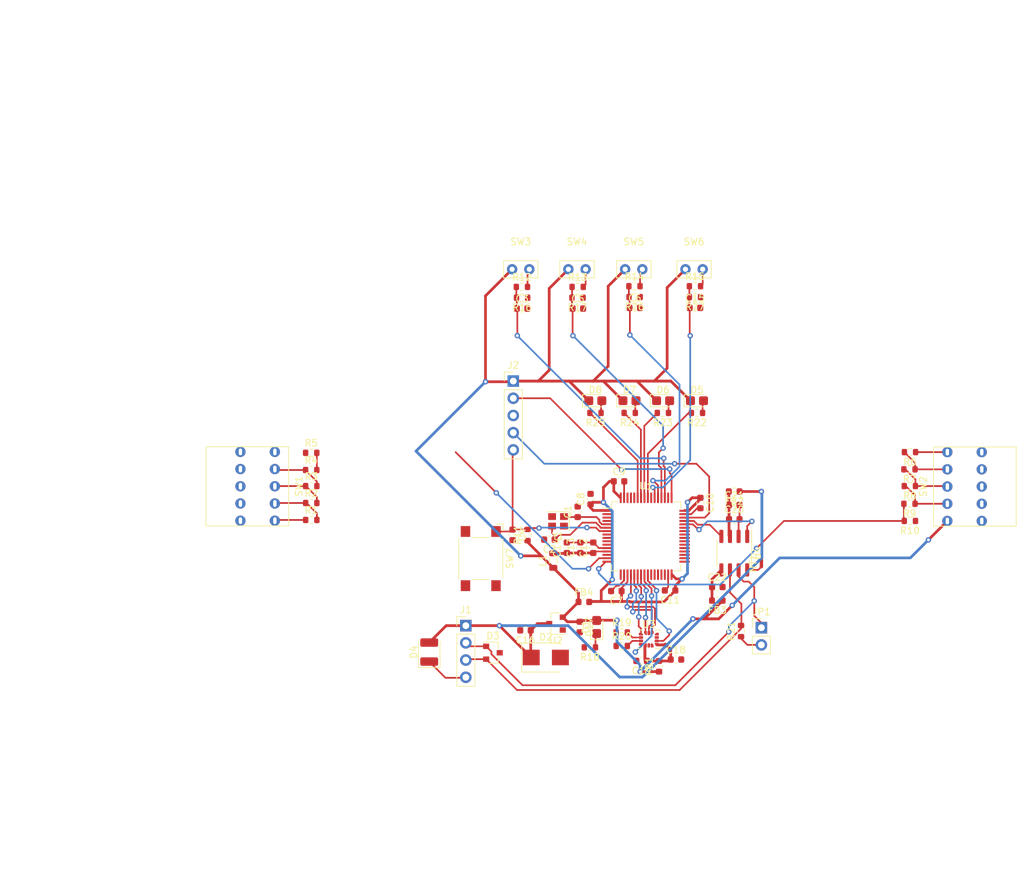
<source format=kicad_pcb>
(kicad_pcb (version 20171130) (host pcbnew "(5.1.12)-1")
  (layers (0 F.Cu signal) (31 B.Cu signal) (34 B.Paste user) (35 F.Paste user) (36 B.SilkS user) (37 F.SilkS user hide) (38 B.Mask user) (39 F.Mask user) (44 Edge.Cuts user))
  (net 0 "")
  (net 1 GND)
  (net 2 /OSC_IN)
  (net 3 /OSC_OUT)
  (net 4 /SW3)
  (net 5 /NRST)
  (net 6 /SW4)
  (net 7 /SW5)
  (net 8 +3V3)
  (net 9 +5V)
  (net 10 /IMU/+3.3V_IMU)
  (net 11 /CAN/+5V_CAN_VDD)
  (net 12 /CAN/+3V3_VIO)
  (net 13 "Net-(D1-Pad1)")
  (net 14 /SWDIO)
  (net 15 /SWCLK)
  (net 16 "Net-(JP1-Pad2)")
  (net 17 /CAN/SHDN)
  (net 18 "Net-(R1-Pad2)")
  (net 19 "Net-(R1-Pad1)")
  (net 20 "Net-(R2-Pad2)")
  (net 21 "Net-(R3-Pad2)")
  (net 22 /SW1)
  (net 23 "Net-(R6-Pad2)")
  (net 24 "Net-(R6-Pad1)")
  (net 25 "Net-(R7-Pad2)")
  (net 26 "Net-(R8-Pad2)")
  (net 27 /SW2)
  (net 28 "Net-(R12-Pad2)")
  (net 29 "Net-(R14-Pad2)")
  (net 30 /IMU/SDX)
  (net 31 /IMU/SCX)
  (net 32 "Net-(SW1-Pad10)")
  (net 33 "Net-(SW1-Pad9)")
  (net 34 "Net-(SW1-Pad8)")
  (net 35 "Net-(SW1-Pad7)")
  (net 36 "Net-(SW1-Pad6)")
  (net 37 "Net-(SW2-Pad10)")
  (net 38 "Net-(SW2-Pad9)")
  (net 39 "Net-(SW2-Pad8)")
  (net 40 "Net-(SW2-Pad7)")
  (net 41 "Net-(SW2-Pad6)")
  (net 42 "Net-(U1-Pad62)")
  (net 43 "Net-(U1-Pad61)")
  (net 44 "Net-(U1-Pad60)")
  (net 45 /SWO)
  (net 46 "Net-(U1-Pad50)")
  (net 47 /CAN_RX)
  (net 48 /CAN_TX)
  (net 49 "Net-(U1-Pad43)")
  (net 50 "Net-(U1-Pad42)")
  (net 51 "Net-(U1-Pad41)")
  (net 52 "Net-(U1-Pad40)")
  (net 53 "Net-(U1-Pad39)")
  (net 54 "Net-(U1-Pad38)")
  (net 55 "Net-(U1-Pad37)")
  (net 56 "Net-(U1-Pad36)")
  (net 57 "Net-(U1-Pad35)")
  (net 58 "Net-(U1-Pad34)")
  (net 59 "Net-(U1-Pad33)")
  (net 60 "Net-(U1-Pad30)")
  (net 61 "Net-(U1-Pad29)")
  (net 62 "Net-(U1-Pad28)")
  (net 63 "Net-(U1-Pad27)")
  (net 64 "Net-(U1-Pad26)")
  (net 65 /IMU_INT2)
  (net 66 /IMU_INT1)
  (net 67 /IMU_SPI1_MOSI)
  (net 68 /IMU_SPI1_MISO)
  (net 69 /IMU_SPI1_SCK)
  (net 70 "Net-(U1-Pad17)")
  (net 71 "Net-(U1-Pad11)")
  (net 72 "Net-(U1-Pad4)")
  (net 73 "Net-(U1-Pad3)")
  (net 74 "Net-(U1-Pad2)")
  (net 75 /IMU_SPI1_CS)
  (net 76 "Net-(U3-Pad11)")
  (net 77 "Net-(U3-Pad10)")
  (net 78 /+3V3_uC)
  (net 79 /+3V3_uCa)
  (net 80 /ControlLED1)
  (net 81 /ControlLED2)
  (net 82 /ControlLED3)
  (net 83 /ControlLED4)
  (net 84 "Net-(U1-Pad14)")
  (net 85 "Net-(U1-Pad10)")
  (net 86 "Net-(U1-Pad9)")
  (net 87 "Net-(U1-Pad8)")
  (net 88 /CAN-)
  (net 89 /CAN+)
  (net 90 /SW6)
  (net 91 "Net-(R13-Pad2)")
  (net 92 "Net-(R15-Pad2)")
  (net 93 "Net-(D5-Pad2)")
  (net 94 "Net-(D6-Pad2)")
  (net 95 "Net-(D7-Pad2)")
  (net 96 "Net-(D8-Pad2)")
  (module Button_Switch_SMD:SW_SPST_Omron_B3FS-100xP (layer F.Cu) (at 102.4 112.9 270)
    (fp_text reference SW7 (at 0 -4.3 90) (layer F.SilkS))
    (fp_text value SW_MEC_5G)
    (pad 3 smd rect (at -4 2.25 90) (size 1.6 1.4) (layers F.Cu F.Paste F.Mask) (net 1 GND))
    (pad 4 smd rect (at 4 2.25 90) (size 1.6 1.4) (layers F.Cu F.Paste F.Mask) (net 1 GND))
    (pad 1 smd rect (at -4 -2.25 90) (size 1.6 1.4) (layers F.Cu F.Paste F.Mask) (net 5 /NRST))
    (pad 2 smd rect (at 4 -2.25 90) (size 1.6 1.4) (layers F.Cu F.Paste F.Mask) (net 5 /NRST))
  )
  (module Button_Switch_THT:MyPushbuttonSwitch (layer F.Cu) (at 133.87 70.2)
    (fp_text reference SW6 (at 0 -4.064) (layer F.SilkS))
    (fp_text value SW_Push)
    (pad 2 thru_hole circle (at 1.27 0) (size 1.524 1.524) (drill 0.762) (layers *.Cu *.Mask) (net 92 "Net-(R15-Pad2)"))
    (pad 1 thru_hole circle (at -1.27 0) (size 1.524 1.524) (drill 0.762) (layers *.Cu *.Mask) (net 8 +3V3))
  )
  (module Button_Switch_THT:MyPushbuttonSwitch (layer F.Cu) (at 124.97 70.2)
    (fp_text reference SW5 (at 0 -4.064) (layer F.SilkS))
    (fp_text value SW_Push)
    (pad 2 thru_hole circle (at 1.27 0) (size 1.524 1.524) (drill 0.762) (layers *.Cu *.Mask) (net 29 "Net-(R14-Pad2)"))
    (pad 1 thru_hole circle (at -1.27 0) (size 1.524 1.524) (drill 0.762) (layers *.Cu *.Mask) (net 8 +3V3))
  )
  (module Button_Switch_THT:MyPushbuttonSwitch (layer F.Cu) (at 116.6 70.2)
    (fp_text reference SW4 (at 0 -4.064) (layer F.SilkS))
    (fp_text value SW_Push)
    (pad 2 thru_hole circle (at 1.27 0) (size 1.524 1.524) (drill 0.762) (layers *.Cu *.Mask) (net 91 "Net-(R13-Pad2)"))
    (pad 1 thru_hole circle (at -1.27 0) (size 1.524 1.524) (drill 0.762) (layers *.Cu *.Mask) (net 8 +3V3))
  )
  (module Button_Switch_THT:MyPushbuttonSwitch (layer F.Cu) (at 108.3 70.2)
    (fp_text reference SW3 (at 0 -4.064) (layer F.SilkS))
    (fp_text value SW_Push)
    (pad 2 thru_hole circle (at 1.27 0) (size 1.524 1.524) (drill 0.762) (layers *.Cu *.Mask) (net 28 "Net-(R12-Pad2)"))
    (pad 1 thru_hole circle (at -1.27 0) (size 1.524 1.524) (drill 0.762) (layers *.Cu *.Mask) (net 8 +3V3))
  )
  (module Resistor_SMD:R_0603_1608Metric (layer F.Cu) (at 134 74.3 180)
    (fp_text reference R27 (at 0 -1.43) (layer F.SilkS))
    (fp_text value 10k)
    (pad 2 smd roundrect (at 0.825 0 180) (size 0.8 0.95) (layers F.Cu F.Paste F.Mask) (net 90 /SW6))
    (pad 1 smd roundrect (at -0.825 0 180) (size 0.8 0.95) (layers F.Cu F.Paste F.Mask) (net 1 GND))
  )
  (module Resistor_SMD:R_0603_1608Metric (layer F.Cu) (at 125.1 74.3 180)
    (fp_text reference R26 (at 0 -1.43) (layer F.SilkS))
    (fp_text value 10k)
    (pad 2 smd roundrect (at 0.825 0 180) (size 0.8 0.95) (layers F.Cu F.Paste F.Mask) (net 7 /SW5))
    (pad 1 smd roundrect (at -0.825 0 180) (size 0.8 0.95) (layers F.Cu F.Paste F.Mask) (net 1 GND))
  )
  (module Resistor_SMD:R_0603_1608Metric (layer F.Cu) (at 116.675 74.4 180)
    (fp_text reference R17 (at 0 -1.43) (layer F.SilkS))
    (fp_text value 10k)
    (pad 2 smd roundrect (at 0.825 0 180) (size 0.8 0.95) (layers F.Cu F.Paste F.Mask) (net 6 /SW4))
    (pad 1 smd roundrect (at -0.825 0 180) (size 0.8 0.95) (layers F.Cu F.Paste F.Mask) (net 1 GND))
  )
  (module Resistor_SMD:R_0603_1608Metric (layer F.Cu) (at 108.5 74.4 180)
    (fp_text reference R16 (at 0 -1.43) (layer F.SilkS))
    (fp_text value 10k)
    (pad 2 smd roundrect (at 0.825 0 180) (size 0.8 0.95) (layers F.Cu F.Paste F.Mask) (net 4 /SW3))
    (pad 1 smd roundrect (at -0.825 0 180) (size 0.8 0.95) (layers F.Cu F.Paste F.Mask) (net 1 GND))
  )
  (module Resistor_SMD:R_0603_1608Metric (layer F.Cu) (at 134 72.7)
    (fp_text reference R15 (at 0 -1.43) (layer F.SilkS))
    (fp_text value 1k)
    (pad 2 smd roundrect (at 0.825 0) (size 0.8 0.95) (layers F.Cu F.Paste F.Mask) (net 92 "Net-(R15-Pad2)"))
    (pad 1 smd roundrect (at -0.825 0) (size 0.8 0.95) (layers F.Cu F.Paste F.Mask) (net 90 /SW6))
  )
  (module Resistor_SMD:R_0603_1608Metric (layer F.Cu) (at 125.075 72.7)
    (fp_text reference R14 (at 0 -1.43) (layer F.SilkS))
    (fp_text value 1k)
    (pad 2 smd roundrect (at 0.825 0) (size 0.8 0.95) (layers F.Cu F.Paste F.Mask) (net 29 "Net-(R14-Pad2)"))
    (pad 1 smd roundrect (at -0.825 0) (size 0.8 0.95) (layers F.Cu F.Paste F.Mask) (net 7 /SW5))
  )
  (module Resistor_SMD:R_0603_1608Metric (layer F.Cu) (at 116.7 72.8)
    (fp_text reference R13 (at 0 -1.43) (layer F.SilkS))
    (fp_text value 1k)
    (pad 2 smd roundrect (at 0.825 0) (size 0.8 0.95) (layers F.Cu F.Paste F.Mask) (net 91 "Net-(R13-Pad2)"))
    (pad 1 smd roundrect (at -0.825 0) (size 0.8 0.95) (layers F.Cu F.Paste F.Mask) (net 6 /SW4))
  )
  (module Resistor_SMD:R_0603_1608Metric (layer F.Cu) (at 108.475 72.8)
    (fp_text reference R12 (at 0 -1.43) (layer F.SilkS))
    (fp_text value 1k)
    (pad 2 smd roundrect (at 0.825 0) (size 0.8 0.95) (layers F.Cu F.Paste F.Mask) (net 28 "Net-(R12-Pad2)"))
    (pad 1 smd roundrect (at -0.825 0) (size 0.8 0.95) (layers F.Cu F.Paste F.Mask) (net 4 /SW3))
  )
  (module Capacitor_SMD:C_0603_1608Metric (layer F.Cu) (at 134 75.9)
    (fp_text reference C15 (at 0 -1.43) (layer F.SilkS))
    (fp_text value 100nF)
    (pad 2 smd roundrect (at 0.775 0) (size 0.9 0.95) (layers F.Cu F.Paste F.Mask) (net 1 GND))
    (pad 1 smd roundrect (at -0.775 0) (size 0.9 0.95) (layers F.Cu F.Paste F.Mask) (net 90 /SW6))
  )
  (module Capacitor_SMD:C_0603_1608Metric (layer F.Cu) (at 125.125 75.9)
    (fp_text reference C6 (at 0 -1.43) (layer F.SilkS))
    (fp_text value 100nF)
    (pad 2 smd roundrect (at 0.775 0) (size 0.9 0.95) (layers F.Cu F.Paste F.Mask) (net 1 GND))
    (pad 1 smd roundrect (at -0.775 0) (size 0.9 0.95) (layers F.Cu F.Paste F.Mask) (net 7 /SW5))
  )
  (module Capacitor_SMD:C_0603_1608Metric (layer F.Cu) (at 116.725 76)
    (fp_text reference C5 (at 0 -1.43) (layer F.SilkS))
    (fp_text value 100nF)
    (pad 2 smd roundrect (at 0.775 0) (size 0.9 0.95) (layers F.Cu F.Paste F.Mask) (net 1 GND))
    (pad 1 smd roundrect (at -0.775 0) (size 0.9 0.95) (layers F.Cu F.Paste F.Mask) (net 6 /SW4))
  )
  (module Capacitor_SMD:C_0603_1608Metric (layer F.Cu) (at 108.5 76)
    (fp_text reference C3 (at 0 -1.43) (layer F.SilkS))
    (fp_text value 100nF)
    (pad 2 smd roundrect (at 0.775 0) (size 0.9 0.95) (layers F.Cu F.Paste F.Mask) (net 1 GND))
    (pad 1 smd roundrect (at -0.775 0) (size 0.9 0.95) (layers F.Cu F.Paste F.Mask) (net 4 /SW3))
  )
  (module Capacitor_SMD:C_0603_1608Metric (layer F.Cu) (at 115.1 111.3 90)
    (fp_text reference C14 (at 0 -1.43 90) (layer F.SilkS))
    (fp_text value 1uF)
    (pad 2 smd roundrect (at 0.775 0 90) (size 0.9 0.95) (layers F.Cu F.Paste F.Mask) (net 1 GND))
    (pad 1 smd roundrect (at -0.775 0 90) (size 0.9 0.95) (layers F.Cu F.Paste F.Mask) (net 79 /+3V3_uCa))
  )
  (module Capacitor_SMD:C_0603_1608Metric (layer F.Cu) (at 117.1 111.3 90)
    (fp_text reference C13 (at 0 -1.43 90) (layer F.SilkS))
    (fp_text value 100nF)
    (pad 2 smd roundrect (at 0.775 0 90) (size 0.9 0.95) (layers F.Cu F.Paste F.Mask) (net 1 GND))
    (pad 1 smd roundrect (at -0.775 0 90) (size 0.9 0.95) (layers F.Cu F.Paste F.Mask) (net 79 /+3V3_uCa))
  )
  (module Capacitor_SMD:C_0603_1608Metric (layer F.Cu) (at 119 111.3 90)
    (fp_text reference C12 (at 0 -1.43 90) (layer F.SilkS))
    (fp_text value 100nF)
    (pad 2 smd roundrect (at 0.775 0 90) (size 0.9 0.95) (layers F.Cu F.Paste F.Mask) (net 1 GND))
    (pad 1 smd roundrect (at -0.775 0 90) (size 0.9 0.95) (layers F.Cu F.Paste F.Mask) (net 79 /+3V3_uCa))
  )
  (module Connector_PinHeader_2.54mm:PinHeader_1x05_P2.54mm_Vertical (layer F.Cu) (at 107.2 86.7)
    (fp_text reference J2 (at 0 -2.33) (layer F.SilkS))
    (fp_text value Conn_01x05_Male)
    (pad 5 thru_hole oval (at 0 10.16) (size 1.7 1.7) (drill 1) (layers *.Cu *.Mask) (net 5 /NRST))
    (pad 4 thru_hole oval (at 0 7.62) (size 1.7 1.7) (drill 1) (layers *.Cu *.Mask) (net 14 /SWDIO))
    (pad 3 thru_hole oval (at 0 5.08) (size 1.7 1.7) (drill 1) (layers *.Cu *.Mask) (net 1 GND))
    (pad 2 thru_hole oval (at 0 2.54) (size 1.7 1.7) (drill 1) (layers *.Cu *.Mask) (net 15 /SWCLK))
    (pad 1 thru_hole rect (at 0 0) (size 1.7 1.7) (drill 1) (layers *.Cu *.Mask) (net 8 +3V3))
  )
  (module Resistor_SMD:R_0603_1608Metric (layer F.Cu) (at 119.325 91.4 180)
    (fp_text reference R25 (at 0 -1.43) (layer F.SilkS))
    (fp_text value 1k)
    (pad 2 smd roundrect (at 0.825 0 180) (size 0.8 0.95) (layers F.Cu F.Paste F.Mask) (net 83 /ControlLED4))
    (pad 1 smd roundrect (at -0.825 0 180) (size 0.8 0.95) (layers F.Cu F.Paste F.Mask) (net 96 "Net-(D8-Pad2)"))
  )
  (module Resistor_SMD:R_0603_1608Metric (layer F.Cu) (at 124.375 91.4 180)
    (fp_text reference R24 (at 0 -1.43) (layer F.SilkS))
    (fp_text value 1k)
    (pad 2 smd roundrect (at 0.825 0 180) (size 0.8 0.95) (layers F.Cu F.Paste F.Mask) (net 82 /ControlLED3))
    (pad 1 smd roundrect (at -0.825 0 180) (size 0.8 0.95) (layers F.Cu F.Paste F.Mask) (net 95 "Net-(D7-Pad2)"))
  )
  (module Resistor_SMD:R_0603_1608Metric (layer F.Cu) (at 129.275 91.4 180)
    (fp_text reference R23 (at 0 -1.43) (layer F.SilkS))
    (fp_text value 1k)
    (pad 2 smd roundrect (at 0.825 0 180) (size 0.8 0.95) (layers F.Cu F.Paste F.Mask) (net 81 /ControlLED2))
    (pad 1 smd roundrect (at -0.825 0 180) (size 0.8 0.95) (layers F.Cu F.Paste F.Mask) (net 94 "Net-(D6-Pad2)"))
  )
  (module Resistor_SMD:R_0603_1608Metric (layer F.Cu) (at 134.3 91.4 180)
    (fp_text reference R22 (at 0 -1.43) (layer F.SilkS))
    (fp_text value 1k)
    (pad 2 smd roundrect (at 0.825 0 180) (size 0.8 0.95) (layers F.Cu F.Paste F.Mask) (net 80 /ControlLED1))
    (pad 1 smd roundrect (at -0.825 0 180) (size 0.8 0.95) (layers F.Cu F.Paste F.Mask) (net 93 "Net-(D5-Pad2)"))
  )
  (module Inductor_SMD:L_0805_2012Metric (layer F.Cu) (at 113.1 113.2 90)
    (fp_text reference L1 (at 0 -1.55 90) (layer F.SilkS))
    (fp_text value L_Core_Ferrite_Small)
    (pad 2 smd roundrect (at 1.0625 0 90) (size 0.875 1.2) (layers F.Cu F.Paste F.Mask) (net 79 /+3V3_uCa))
    (pad 1 smd roundrect (at -1.0625 0 90) (size 0.875 1.2) (layers F.Cu F.Paste F.Mask) (net 8 +3V3))
  )
  (module Inductor_SMD:L_0603_1608Metric (layer F.Cu) (at 117.6125 119.3)
    (fp_text reference FB4 (at 0 -1.43) (layer F.SilkS))
    (fp_text value 60R@100MHz)
    (pad 2 smd roundrect (at 0.7875 0) (size 0.875 0.95) (layers F.Cu F.Paste F.Mask) (net 78 /+3V3_uC))
    (pad 1 smd roundrect (at -0.7875 0) (size 0.875 0.95) (layers F.Cu F.Paste F.Mask) (net 8 +3V3))
  )
  (module Diode_SMD:D_0805_2012Metric_Castellated (layer F.Cu) (at 119.3 89.6)
    (fp_text reference D8 (at 0 -1.6) (layer F.SilkS))
    (fp_text value LED)
    (pad 2 smd roundrect (at 0.9625 0) (size 1.325 1.3) (layers F.Cu F.Paste F.Mask) (roundrect_rratio 0.192308) (net 96 "Net-(D8-Pad2)"))
    (pad 1 smd roundrect (at -0.9625 0) (size 1.325 1.3) (layers F.Cu F.Paste F.Mask) (roundrect_rratio 0.192308) (net 8 +3V3))
  )
  (module Diode_SMD:D_0805_2012Metric_Castellated (layer F.Cu) (at 124.3375 89.6)
    (fp_text reference D7 (at 0 -1.6) (layer F.SilkS))
    (fp_text value LED)
    (pad 2 smd roundrect (at 0.9625 0) (size 1.325 1.3) (layers F.Cu F.Paste F.Mask) (roundrect_rratio 0.192308) (net 95 "Net-(D7-Pad2)"))
    (pad 1 smd roundrect (at -0.9625 0) (size 1.325 1.3) (layers F.Cu F.Paste F.Mask) (roundrect_rratio 0.192308) (net 8 +3V3))
  )
  (module Diode_SMD:D_0805_2012Metric_Castellated (layer F.Cu) (at 129.3 89.6)
    (fp_text reference D6 (at 0 -1.6) (layer F.SilkS))
    (fp_text value LED)
    (pad 2 smd roundrect (at 0.9625 0) (size 1.325 1.3) (layers F.Cu F.Paste F.Mask) (roundrect_rratio 0.192308) (net 94 "Net-(D6-Pad2)"))
    (pad 1 smd roundrect (at -0.9625 0) (size 1.325 1.3) (layers F.Cu F.Paste F.Mask) (roundrect_rratio 0.192308) (net 8 +3V3))
  )
  (module Diode_SMD:D_0805_2012Metric_Castellated (layer F.Cu) (at 134.3 89.6)
    (fp_text reference D5 (at 0 -1.6) (layer F.SilkS))
    (fp_text value LED)
    (pad 2 smd roundrect (at 0.9625 0) (size 1.325 1.3) (layers F.Cu F.Paste F.Mask) (roundrect_rratio 0.192308) (net 93 "Net-(D5-Pad2)"))
    (pad 1 smd roundrect (at -0.9625 0) (size 1.325 1.3) (layers F.Cu F.Paste F.Mask) (roundrect_rratio 0.192308) (net 8 +3V3))
  )
  (module Diode_SMD:D_1210_3225Metric (layer F.Cu) (at 94.8 126.7 90)
    (fp_text reference D4 (at 0 -2.28 90) (layer F.SilkS))
    (fp_text value D_TVS)
    (pad 2 smd roundrect (at 1.4 0 90) (size 1.25 2.65) (layers F.Cu F.Paste F.Mask) (roundrect_rratio 0.2) (net 9 +5V))
    (pad 1 smd roundrect (at -1.4 0 90) (size 1.25 2.65) (layers F.Cu F.Paste F.Mask) (roundrect_rratio 0.2) (net 1 GND))
  )
  (module Connector_PinHeader_2.54mm:PinHeader_1x04_P2.54mm_Vertical (layer F.Cu) (at 100.2 122.8)
    (fp_text reference J1 (at 0 -2.33) (layer F.SilkS))
    (fp_text value Conn_01x04_Male)
    (pad 4 thru_hole oval (at 0 7.62) (size 1.7 1.7) (drill 1) (layers *.Cu *.Mask) (net 1 GND))
    (pad 3 thru_hole oval (at 0 5.08) (size 1.7 1.7) (drill 1) (layers *.Cu *.Mask) (net 88 /CAN-))
    (pad 2 thru_hole oval (at 0 2.54) (size 1.7 1.7) (drill 1) (layers *.Cu *.Mask) (net 89 /CAN+))
    (pad 1 thru_hole rect (at 0 0) (size 1.7 1.7) (drill 1) (layers *.Cu *.Mask) (net 9 +5V))
  )
  (module Crystal:Crystal_SMD_2520-4Pin_2.5x2.0mm (layer F.Cu) (at 113.8 107.4 180)
    (fp_text reference Y1 (at 0 -2.2) (layer F.SilkS))
    (fp_text value Crystal_GND24)
    (pad 4 smd rect (at -0.875 -0.7 180) (size 1.15 1) (layers F.Cu F.Paste F.Mask) (net 1 GND))
    (pad 3 smd rect (at 0.875 -0.7 180) (size 1.15 1) (layers F.Cu F.Paste F.Mask) (net 3 /OSC_OUT))
    (pad 2 smd rect (at 0.875 0.7 180) (size 1.15 1) (layers F.Cu F.Paste F.Mask) (net 1 GND))
    (pad 1 smd rect (at -0.875 0.7 180) (size 1.15 1) (layers F.Cu F.Paste F.Mask) (net 2 /OSC_IN))
  )
  (module Capacitor_SMD:C_0603_1608Metric (layer F.Cu) (at 130.331 117.6 180)
    (fp_text reference C11 (at 0 -1.43) (layer F.SilkS))
    (fp_text value 1uF)
    (pad 2 smd roundrect (at 0.775 0 180) (size 0.9 0.95) (layers F.Cu F.Paste F.Mask) (net 1 GND))
    (pad 1 smd roundrect (at -0.775 0 180) (size 0.9 0.95) (layers F.Cu F.Paste F.Mask) (net 78 /+3V3_uC))
  )
  (module Package_SO:SOIC-8_3.9x4.9mm_P1.27mm (layer F.Cu) (at 139.8 112.1 270)
    (fp_text reference U4 (at 0 -3.4 90) (layer F.SilkS))
    (fp_text value ATA6561-GAQW-N)
    (pad 8 smd roundrect (at 2.475 -1.905 270) (size 1.95 0.6) (layers F.Cu F.Paste F.Mask) (net 17 /CAN/SHDN))
    (pad 7 smd roundrect (at 2.475 -0.635 270) (size 1.95 0.6) (layers F.Cu F.Paste F.Mask) (net 89 /CAN+))
    (pad 6 smd roundrect (at 2.475 0.635 270) (size 1.95 0.6) (layers F.Cu F.Paste F.Mask) (net 88 /CAN-))
    (pad 5 smd roundrect (at 2.475 1.905 270) (size 1.95 0.6) (layers F.Cu F.Paste F.Mask) (net 12 /CAN/+3V3_VIO))
    (pad 4 smd roundrect (at -2.475 1.905 270) (size 1.95 0.6) (layers F.Cu F.Paste F.Mask) (net 47 /CAN_RX))
    (pad 3 smd roundrect (at -2.475 0.635 270) (size 1.95 0.6) (layers F.Cu F.Paste F.Mask) (net 11 /CAN/+5V_CAN_VDD))
    (pad 2 smd roundrect (at -2.475 -0.635 270) (size 1.95 0.6) (layers F.Cu F.Paste F.Mask) (net 1 GND))
    (pad 1 smd roundrect (at -2.475 -1.905 270) (size 1.95 0.6) (layers F.Cu F.Paste F.Mask) (net 48 /CAN_TX))
  )
  (module Package_LGA:LGA-14_3x2.5mm_P0.5mm_LayoutBorder3x4y (layer F.Cu) (at 127.2 124.8)
    (fp_text reference U3 (at 0 -2.2) (layer F.SilkS))
    (fp_text value IMS330DHCX)
    (pad 14 smd custom (at -0.5 -0.9125) (size 0.223223 0.223223) (layers F.Cu F.Paste F.Mask) (net 67 /IMU_SPI1_MOSI) (options (clearance outline) (anchor circle)) (primitives (gr_poly (pts (xy -0.125 -0.2375) (xy 0.125 -0.2375) (xy 0.125 0.2375) (xy 0.081066 0.2375) (xy -0.125 0.031434)) (width 0.15))))
    (pad 13 smd roundrect (at 0 -0.9125) (size 0.4 0.625) (layers F.Cu F.Paste F.Mask) (net 69 /IMU_SPI1_SCK))
    (pad 12 smd custom (at 0.5 -0.9125) (size 0.223223 0.223223) (layers F.Cu F.Paste F.Mask) (net 75 /IMU_SPI1_CS) (options (clearance outline) (anchor circle)) (primitives (gr_poly (pts (xy -0.125 -0.2375) (xy 0.125 -0.2375) (xy 0.125 0.031434) (xy -0.081066 0.2375) (xy -0.125 0.2375)) (width 0.15))))
    (pad 11 smd custom (at 1.1625 -0.75) (size 0.223223 0.223223) (layers F.Cu F.Paste F.Mask) (net 76 "Net-(U3-Pad11)") (options (clearance outline) (anchor circle)) (primitives (gr_poly (pts (xy -0.2375 0.081066) (xy -0.031434 -0.125) (xy 0.2375 -0.125) (xy 0.2375 0.125) (xy -0.2375 0.125)) (width 0.15))))
    (pad 10 smd roundrect (at 1.1625 -0.25) (size 0.625 0.4) (layers F.Cu F.Paste F.Mask) (net 77 "Net-(U3-Pad10)"))
    (pad 9 smd roundrect (at 1.1625 0.25) (size 0.625 0.4) (layers F.Cu F.Paste F.Mask) (net 65 /IMU_INT2))
    (pad 8 smd custom (at 1.1625 0.75) (size 0.223223 0.223223) (layers F.Cu F.Paste F.Mask) (net 10 /IMU/+3.3V_IMU) (options (clearance outline) (anchor circle)) (primitives (gr_poly (pts (xy -0.2375 -0.125) (xy 0.2375 -0.125) (xy 0.2375 0.125) (xy -0.031434 0.125) (xy -0.2375 -0.081066)) (width 0.15))))
    (pad 7 smd custom (at 0.5 0.9125) (size 0.223223 0.223223) (layers F.Cu F.Paste F.Mask) (net 1 GND) (options (clearance outline) (anchor circle)) (primitives (gr_poly (pts (xy -0.125 -0.2375) (xy -0.081066 -0.2375) (xy 0.125 -0.031434) (xy 0.125 0.2375) (xy -0.125 0.2375)) (width 0.15))))
    (pad 6 smd roundrect (at 0 0.9125) (size 0.4 0.625) (layers F.Cu F.Paste F.Mask) (net 1 GND))
    (pad 5 smd custom (at -0.5 0.9125) (size 0.223223 0.223223) (layers F.Cu F.Paste F.Mask) (net 10 /IMU/+3.3V_IMU) (options (clearance outline) (anchor circle)) (primitives (gr_poly (pts (xy -0.125 -0.031434) (xy 0.081066 -0.2375) (xy 0.125 -0.2375) (xy 0.125 0.2375) (xy -0.125 0.2375)) (width 0.15))))
    (pad 4 smd custom (at -1.1625 0.75) (size 0.223223 0.223223) (layers F.Cu F.Paste F.Mask) (net 66 /IMU_INT1) (options (clearance outline) (anchor circle)) (primitives (gr_poly (pts (xy -0.2375 -0.125) (xy 0.2375 -0.125) (xy 0.2375 -0.081066) (xy 0.031434 0.125) (xy -0.2375 0.125)) (width 0.15))))
    (pad 3 smd roundrect (at -1.1625 0.25) (size 0.625 0.4) (layers F.Cu F.Paste F.Mask) (net 31 /IMU/SCX))
    (pad 2 smd roundrect (at -1.1625 -0.25) (size 0.625 0.4) (layers F.Cu F.Paste F.Mask) (net 30 /IMU/SDX))
    (pad 1 smd custom (at -1.1625 -0.75) (size 0.223223 0.223223) (layers F.Cu F.Paste F.Mask) (net 68 /IMU_SPI1_MISO) (options (clearance outline) (anchor circle)) (primitives (gr_poly (pts (xy -0.2375 -0.125) (xy 0.031434 -0.125) (xy 0.2375 0.081066) (xy 0.2375 0.125) (xy -0.2375 0.125)) (width 0.15))))
  )
  (module Package_TO_SOT_SMD:SOT-23 (layer F.Cu) (at 113.5 122.5 180)
    (fp_text reference U2 (at 0 -2.5) (layer F.SilkS))
    (fp_text value LM1117-3.3)
    (pad 3 smd rect (at 1 0 180) (size 0.9 0.8) (layers F.Cu F.Paste F.Mask) (net 9 +5V))
    (pad 2 smd rect (at -1 0.95 180) (size 0.9 0.8) (layers F.Cu F.Paste F.Mask) (net 8 +3V3))
    (pad 1 smd rect (at -1 -0.95 180) (size 0.9 0.8) (layers F.Cu F.Paste F.Mask) (net 1 GND))
  )
  (module Package_QFP:LQFP-64_10x10mm_P0.5mm (layer F.Cu) (at 126.8 109.6)
    (fp_text reference U1 (at 0 -7.4) (layer F.SilkS))
    (fp_text value STM32L4P5RET6)
    (pad 64 smd roundrect (at -3.75 -5.675) (size 0.3 1.55) (layers F.Cu F.Paste F.Mask) (net 78 /+3V3_uC))
    (pad 63 smd roundrect (at -3.25 -5.675) (size 0.3 1.55) (layers F.Cu F.Paste F.Mask) (net 1 GND))
    (pad 62 smd roundrect (at -2.75 -5.675) (size 0.3 1.55) (layers F.Cu F.Paste F.Mask) (net 42 "Net-(U1-Pad62)"))
    (pad 61 smd roundrect (at -2.25 -5.675) (size 0.3 1.55) (layers F.Cu F.Paste F.Mask) (net 43 "Net-(U1-Pad61)"))
    (pad 60 smd roundrect (at -1.75 -5.675) (size 0.3 1.55) (layers F.Cu F.Paste F.Mask) (net 44 "Net-(U1-Pad60)"))
    (pad 59 smd roundrect (at -1.25 -5.675) (size 0.3 1.55) (layers F.Cu F.Paste F.Mask) (net 83 /ControlLED4))
    (pad 58 smd roundrect (at -0.75 -5.675) (size 0.3 1.55) (layers F.Cu F.Paste F.Mask) (net 82 /ControlLED3))
    (pad 57 smd roundrect (at -0.25 -5.675) (size 0.3 1.55) (layers F.Cu F.Paste F.Mask) (net 81 /ControlLED2))
    (pad 56 smd roundrect (at 0.25 -5.675) (size 0.3 1.55) (layers F.Cu F.Paste F.Mask) (net 80 /ControlLED1))
    (pad 55 smd roundrect (at 0.75 -5.675) (size 0.3 1.55) (layers F.Cu F.Paste F.Mask) (net 45 /SWO))
    (pad 54 smd roundrect (at 1.25 -5.675) (size 0.3 1.55) (layers F.Cu F.Paste F.Mask) (net 90 /SW6))
    (pad 53 smd roundrect (at 1.75 -5.675) (size 0.3 1.55) (layers F.Cu F.Paste F.Mask) (net 7 /SW5))
    (pad 52 smd roundrect (at 2.25 -5.675) (size 0.3 1.55) (layers F.Cu F.Paste F.Mask) (net 6 /SW4))
    (pad 51 smd roundrect (at 2.75 -5.675) (size 0.3 1.55) (layers F.Cu F.Paste F.Mask) (net 4 /SW3))
    (pad 50 smd roundrect (at 3.25 -5.675) (size 0.3 1.55) (layers F.Cu F.Paste F.Mask) (net 46 "Net-(U1-Pad50)"))
    (pad 49 smd roundrect (at 3.75 -5.675) (size 0.3 1.55) (layers F.Cu F.Paste F.Mask) (net 15 /SWCLK))
    (pad 48 smd roundrect (at 5.675 -3.75) (size 1.55 0.3) (layers F.Cu F.Paste F.Mask) (net 78 /+3V3_uC))
    (pad 47 smd roundrect (at 5.675 -3.25) (size 1.55 0.3) (layers F.Cu F.Paste F.Mask) (net 1 GND))
    (pad 46 smd roundrect (at 5.675 -2.75) (size 1.55 0.3) (layers F.Cu F.Paste F.Mask) (net 14 /SWDIO))
    (pad 45 smd roundrect (at 5.675 -2.25) (size 1.55 0.3) (layers F.Cu F.Paste F.Mask) (net 47 /CAN_RX))
    (pad 44 smd roundrect (at 5.675 -1.75) (size 1.55 0.3) (layers F.Cu F.Paste F.Mask) (net 48 /CAN_TX))
    (pad 43 smd roundrect (at 5.675 -1.25) (size 1.55 0.3) (layers F.Cu F.Paste F.Mask) (net 49 "Net-(U1-Pad43)"))
    (pad 42 smd roundrect (at 5.675 -0.75) (size 1.55 0.3) (layers F.Cu F.Paste F.Mask) (net 50 "Net-(U1-Pad42)"))
    (pad 41 smd roundrect (at 5.675 -0.25) (size 1.55 0.3) (layers F.Cu F.Paste F.Mask) (net 51 "Net-(U1-Pad41)"))
    (pad 40 smd roundrect (at 5.675 0.25) (size 1.55 0.3) (layers F.Cu F.Paste F.Mask) (net 52 "Net-(U1-Pad40)"))
    (pad 39 smd roundrect (at 5.675 0.75) (size 1.55 0.3) (layers F.Cu F.Paste F.Mask) (net 53 "Net-(U1-Pad39)"))
    (pad 38 smd roundrect (at 5.675 1.25) (size 1.55 0.3) (layers F.Cu F.Paste F.Mask) (net 54 "Net-(U1-Pad38)"))
    (pad 37 smd roundrect (at 5.675 1.75) (size 1.55 0.3) (layers F.Cu F.Paste F.Mask) (net 55 "Net-(U1-Pad37)"))
    (pad 36 smd roundrect (at 5.675 2.25) (size 1.55 0.3) (layers F.Cu F.Paste F.Mask) (net 56 "Net-(U1-Pad36)"))
    (pad 35 smd roundrect (at 5.675 2.75) (size 1.55 0.3) (layers F.Cu F.Paste F.Mask) (net 57 "Net-(U1-Pad35)"))
    (pad 34 smd roundrect (at 5.675 3.25) (size 1.55 0.3) (layers F.Cu F.Paste F.Mask) (net 58 "Net-(U1-Pad34)"))
    (pad 33 smd roundrect (at 5.675 3.75) (size 1.55 0.3) (layers F.Cu F.Paste F.Mask) (net 59 "Net-(U1-Pad33)"))
    (pad 32 smd roundrect (at 3.75 5.675) (size 0.3 1.55) (layers F.Cu F.Paste F.Mask) (net 78 /+3V3_uC))
    (pad 31 smd roundrect (at 3.25 5.675) (size 0.3 1.55) (layers F.Cu F.Paste F.Mask) (net 1 GND))
    (pad 30 smd roundrect (at 2.75 5.675) (size 0.3 1.55) (layers F.Cu F.Paste F.Mask) (net 60 "Net-(U1-Pad30)"))
    (pad 29 smd roundrect (at 2.25 5.675) (size 0.3 1.55) (layers F.Cu F.Paste F.Mask) (net 61 "Net-(U1-Pad29)"))
    (pad 28 smd roundrect (at 1.75 5.675) (size 0.3 1.55) (layers F.Cu F.Paste F.Mask) (net 62 "Net-(U1-Pad28)"))
    (pad 27 smd roundrect (at 1.25 5.675) (size 0.3 1.55) (layers F.Cu F.Paste F.Mask) (net 63 "Net-(U1-Pad27)"))
    (pad 26 smd roundrect (at 0.75 5.675) (size 0.3 1.55) (layers F.Cu F.Paste F.Mask) (net 64 "Net-(U1-Pad26)"))
    (pad 25 smd roundrect (at 0.25 5.675) (size 0.3 1.55) (layers F.Cu F.Paste F.Mask) (net 65 /IMU_INT2))
    (pad 24 smd roundrect (at -0.25 5.675) (size 0.3 1.55) (layers F.Cu F.Paste F.Mask) (net 66 /IMU_INT1))
    (pad 23 smd roundrect (at -0.75 5.675) (size 0.3 1.55) (layers F.Cu F.Paste F.Mask) (net 67 /IMU_SPI1_MOSI))
    (pad 22 smd roundrect (at -1.25 5.675) (size 0.3 1.55) (layers F.Cu F.Paste F.Mask) (net 68 /IMU_SPI1_MISO))
    (pad 21 smd roundrect (at -1.75 5.675) (size 0.3 1.55) (layers F.Cu F.Paste F.Mask) (net 69 /IMU_SPI1_SCK))
    (pad 20 smd roundrect (at -2.25 5.675) (size 0.3 1.55) (layers F.Cu F.Paste F.Mask) (net 75 /IMU_SPI1_CS))
    (pad 19 smd roundrect (at -2.75 5.675) (size 0.3 1.55) (layers F.Cu F.Paste F.Mask) (net 78 /+3V3_uC))
    (pad 18 smd roundrect (at -3.25 5.675) (size 0.3 1.55) (layers F.Cu F.Paste F.Mask) (net 1 GND))
    (pad 17 smd roundrect (at -3.75 5.675) (size 0.3 1.55) (layers F.Cu F.Paste F.Mask) (net 70 "Net-(U1-Pad17)"))
    (pad 16 smd roundrect (at -5.675 3.75) (size 1.55 0.3) (layers F.Cu F.Paste F.Mask) (net 27 /SW2))
    (pad 15 smd roundrect (at -5.675 3.25) (size 1.55 0.3) (layers F.Cu F.Paste F.Mask) (net 22 /SW1))
    (pad 14 smd roundrect (at -5.675 2.75) (size 1.55 0.3) (layers F.Cu F.Paste F.Mask) (net 84 "Net-(U1-Pad14)"))
    (pad 13 smd roundrect (at -5.675 2.25) (size 1.55 0.3) (layers F.Cu F.Paste F.Mask) (net 79 /+3V3_uCa))
    (pad 12 smd roundrect (at -5.675 1.75) (size 1.55 0.3) (layers F.Cu F.Paste F.Mask) (net 1 GND))
    (pad 11 smd roundrect (at -5.675 1.25) (size 1.55 0.3) (layers F.Cu F.Paste F.Mask) (net 71 "Net-(U1-Pad11)"))
    (pad 10 smd roundrect (at -5.675 0.75) (size 1.55 0.3) (layers F.Cu F.Paste F.Mask) (net 85 "Net-(U1-Pad10)"))
    (pad 9 smd roundrect (at -5.675 0.25) (size 1.55 0.3) (layers F.Cu F.Paste F.Mask) (net 86 "Net-(U1-Pad9)"))
    (pad 8 smd roundrect (at -5.675 -0.25) (size 1.55 0.3) (layers F.Cu F.Paste F.Mask) (net 87 "Net-(U1-Pad8)"))
    (pad 7 smd roundrect (at -5.675 -0.75) (size 1.55 0.3) (layers F.Cu F.Paste F.Mask) (net 5 /NRST))
    (pad 6 smd roundrect (at -5.675 -1.25) (size 1.55 0.3) (layers F.Cu F.Paste F.Mask) (net 3 /OSC_OUT))
    (pad 5 smd roundrect (at -5.675 -1.75) (size 1.55 0.3) (layers F.Cu F.Paste F.Mask) (net 2 /OSC_IN))
    (pad 4 smd roundrect (at -5.675 -2.25) (size 1.55 0.3) (layers F.Cu F.Paste F.Mask) (net 72 "Net-(U1-Pad4)"))
    (pad 3 smd roundrect (at -5.675 -2.75) (size 1.55 0.3) (layers F.Cu F.Paste F.Mask) (net 73 "Net-(U1-Pad3)"))
    (pad 2 smd roundrect (at -5.675 -3.25) (size 1.55 0.3) (layers F.Cu F.Paste F.Mask) (net 74 "Net-(U1-Pad2)"))
    (pad 1 smd roundrect (at -5.675 -3.75) (size 1.55 0.3) (layers F.Cu F.Paste F.Mask) (net 78 /+3V3_uC))
  )
  (module Rotary_Encoder:SW_Rotary2x4 (layer F.Cu) (at 173.77 102.27 90)
    (fp_text reference SW2 (at 0 -6.096 90) (layer F.SilkS))
    (fp_text value SW_Rotary2x4)
    (pad 5 thru_hole circle (at 5.08 -2.54 90) (size 1.524 1.524) (drill oval 1 0.5) (layers *.Cu *.Mask) (net 24 "Net-(R6-Pad1)"))
    (pad 4 thru_hole circle (at 2.54 -2.54 90) (size 1.524 1.524) (drill oval 1 0.5) (layers *.Cu *.Mask) (net 23 "Net-(R6-Pad2)"))
    (pad 3 thru_hole circle (at 0 -2.54 90) (size 1.524 1.524) (drill oval 1 0.5) (layers *.Cu *.Mask) (net 25 "Net-(R7-Pad2)"))
    (pad 2 thru_hole circle (at -2.54 -2.54 90) (size 1.524 1.524) (drill oval 1 0.5) (layers *.Cu *.Mask) (net 26 "Net-(R8-Pad2)"))
    (pad 1 thru_hole circle (at -5.08 -2.54 90) (size 1.524 1.524) (drill oval 1 0.5) (layers *.Cu *.Mask) (net 8 +3V3))
    (pad 10 thru_hole circle (at -5.08 2.54 90) (size 1.524 1.524) (drill oval 1 0.5) (layers *.Cu *.Mask) (net 37 "Net-(SW2-Pad10)"))
    (pad 9 thru_hole circle (at -2.54 2.54 90) (size 1.524 1.524) (drill oval 1 0.5) (layers *.Cu *.Mask) (net 38 "Net-(SW2-Pad9)"))
    (pad 8 thru_hole circle (at 0 2.54 90) (size 1.524 1.524) (drill oval 1 0.5) (layers *.Cu *.Mask) (net 39 "Net-(SW2-Pad8)"))
    (pad 7 thru_hole circle (at 2.54 2.54 90) (size 1.524 1.524) (drill oval 1 0.5) (layers *.Cu *.Mask) (net 40 "Net-(SW2-Pad7)"))
    (pad 6 thru_hole circle (at 5.08 2.54 90) (size 1.524 1.524) (drill oval 1 0.5) (layers *.Cu *.Mask) (net 41 "Net-(SW2-Pad6)"))
  )
  (module Rotary_Encoder:SW_Rotary2x4 (layer F.Cu) (at 69.49 102.23 270)
    (fp_text reference SW1 (at 0 -6.096 90) (layer F.SilkS))
    (fp_text value SW_Rotary2x4)
    (pad 5 thru_hole circle (at 5.08 -2.54 270) (size 1.524 1.524) (drill oval 1 0.5) (layers *.Cu *.Mask) (net 19 "Net-(R1-Pad1)"))
    (pad 4 thru_hole circle (at 2.54 -2.54 270) (size 1.524 1.524) (drill oval 1 0.5) (layers *.Cu *.Mask) (net 18 "Net-(R1-Pad2)"))
    (pad 3 thru_hole circle (at 0 -2.54 270) (size 1.524 1.524) (drill oval 1 0.5) (layers *.Cu *.Mask) (net 20 "Net-(R2-Pad2)"))
    (pad 2 thru_hole circle (at -2.54 -2.54 270) (size 1.524 1.524) (drill oval 1 0.5) (layers *.Cu *.Mask) (net 21 "Net-(R3-Pad2)"))
    (pad 1 thru_hole circle (at -5.08 -2.54 270) (size 1.524 1.524) (drill oval 1 0.5) (layers *.Cu *.Mask) (net 8 +3V3))
    (pad 10 thru_hole circle (at -5.08 2.54 270) (size 1.524 1.524) (drill oval 1 0.5) (layers *.Cu *.Mask) (net 32 "Net-(SW1-Pad10)"))
    (pad 9 thru_hole circle (at -2.54 2.54 270) (size 1.524 1.524) (drill oval 1 0.5) (layers *.Cu *.Mask) (net 33 "Net-(SW1-Pad9)"))
    (pad 8 thru_hole circle (at 0 2.54 270) (size 1.524 1.524) (drill oval 1 0.5) (layers *.Cu *.Mask) (net 34 "Net-(SW1-Pad8)"))
    (pad 7 thru_hole circle (at 2.54 2.54 270) (size 1.524 1.524) (drill oval 1 0.5) (layers *.Cu *.Mask) (net 35 "Net-(SW1-Pad7)"))
    (pad 6 thru_hole circle (at 5.08 2.54 270) (size 1.524 1.524) (drill oval 1 0.5) (layers *.Cu *.Mask) (net 36 "Net-(SW1-Pad6)"))
  )
  (module Resistor_SMD:R_0603_1608Metric (layer F.Cu) (at 140.8 123.6 90)
    (fp_text reference R21 (at 0 -1.43 90) (layer F.SilkS))
    (fp_text value 120R)
    (pad 2 smd roundrect (at 0.825 0 90) (size 0.8 0.95) (layers F.Cu F.Paste F.Mask) (net 88 /CAN-))
    (pad 1 smd roundrect (at -0.825 0 90) (size 0.8 0.95) (layers F.Cu F.Paste F.Mask) (net 16 "Net-(JP1-Pad2)"))
  )
  (module Resistor_SMD:R_0603_1608Metric (layer F.Cu) (at 123.2 125.8)
    (fp_text reference R20 (at 0 -1.43) (layer F.SilkS))
    (fp_text value 0R)
    (pad 2 smd roundrect (at 0.825 0) (size 0.8 0.95) (layers F.Cu F.Paste F.Mask) (net 31 /IMU/SCX))
    (pad 1 smd roundrect (at -0.825 0) (size 0.8 0.95) (layers F.Cu F.Paste F.Mask) (net 1 GND))
  )
  (module Resistor_SMD:R_0603_1608Metric (layer F.Cu) (at 123.2 123.8)
    (fp_text reference R19 (at 0 -1.43) (layer F.SilkS))
    (fp_text value 0R)
    (pad 2 smd roundrect (at 0.825 0) (size 0.8 0.95) (layers F.Cu F.Paste F.Mask) (net 30 /IMU/SDX))
    (pad 1 smd roundrect (at -0.825 0) (size 0.8 0.95) (layers F.Cu F.Paste F.Mask) (net 1 GND))
  )
  (module Resistor_SMD:R_0603_1608Metric (layer F.Cu) (at 118.5 126 180)
    (fp_text reference R18 (at 0 -1.43) (layer F.SilkS))
    (fp_text value 1k)
    (pad 2 smd roundrect (at 0.825 0 180) (size 0.8 0.95) (layers F.Cu F.Paste F.Mask) (net 1 GND))
    (pad 1 smd roundrect (at -0.825 0 180) (size 0.8 0.95) (layers F.Cu F.Paste F.Mask) (net 13 "Net-(D1-Pad1)"))
  )
  (module Resistor_SMD:R_0603_1608Metric (layer F.Cu) (at 109.3 109.425 90)
    (fp_text reference R11 (at 0 -1.43 90) (layer F.SilkS))
    (fp_text value 10k)
    (pad 2 smd roundrect (at 0.825 0 90) (size 0.8 0.95) (layers F.Cu F.Paste F.Mask) (net 5 /NRST))
    (pad 1 smd roundrect (at -0.825 0 90) (size 0.8 0.95) (layers F.Cu F.Paste F.Mask) (net 8 +3V3))
  )
  (module Resistor_SMD:R_0603_1608Metric (layer F.Cu) (at 165.705 107.35 180)
    (fp_text reference R10 (at 0 -1.43) (layer F.SilkS))
    (fp_text value 10k)
    (pad 2 smd roundrect (at 0.825 0 180) (size 0.8 0.95) (layers F.Cu F.Paste F.Mask) (net 27 /SW2))
    (pad 1 smd roundrect (at -0.825 0 180) (size 0.8 0.95) (layers F.Cu F.Paste F.Mask) (net 1 GND))
  )
  (module Resistor_SMD:R_0603_1608Metric (layer F.Cu) (at 165.642 104.81 180)
    (fp_text reference R9 (at 0 -1.43) (layer F.SilkS))
    (fp_text value 150)
    (pad 2 smd roundrect (at 0.825 0 180) (size 0.8 0.95) (layers F.Cu F.Paste F.Mask) (net 27 /SW2))
    (pad 1 smd roundrect (at -0.825 0 180) (size 0.8 0.95) (layers F.Cu F.Paste F.Mask) (net 26 "Net-(R8-Pad2)"))
  )
  (module Resistor_SMD:R_0603_1608Metric (layer F.Cu) (at 165.7 102.2 180)
    (fp_text reference R8 (at 0 -1.43) (layer F.SilkS))
    (fp_text value 680)
    (pad 2 smd roundrect (at 0.825 0 180) (size 0.8 0.95) (layers F.Cu F.Paste F.Mask) (net 26 "Net-(R8-Pad2)"))
    (pad 1 smd roundrect (at -0.825 0 180) (size 0.8 0.95) (layers F.Cu F.Paste F.Mask) (net 25 "Net-(R7-Pad2)"))
  )
  (module Resistor_SMD:R_0603_1608Metric (layer F.Cu) (at 165.642 99.73 180)
    (fp_text reference R7 (at 0 -1.43) (layer F.SilkS))
    (fp_text value 1k97)
    (pad 2 smd roundrect (at 0.825 0 180) (size 0.8 0.95) (layers F.Cu F.Paste F.Mask) (net 25 "Net-(R7-Pad2)"))
    (pad 1 smd roundrect (at -0.825 0 180) (size 0.8 0.95) (layers F.Cu F.Paste F.Mask) (net 23 "Net-(R6-Pad2)"))
  )
  (module Resistor_SMD:R_0603_1608Metric (layer F.Cu) (at 165.725 97.19 180)
    (fp_text reference R6 (at 0 -1.43) (layer F.SilkS))
    (fp_text value 22k)
    (pad 2 smd roundrect (at 0.825 0 180) (size 0.8 0.95) (layers F.Cu F.Paste F.Mask) (net 23 "Net-(R6-Pad2)"))
    (pad 1 smd roundrect (at -0.825 0 180) (size 0.8 0.95) (layers F.Cu F.Paste F.Mask) (net 24 "Net-(R6-Pad1)"))
  )
  (module Resistor_SMD:R_0603_1608Metric (layer F.Cu) (at 77.39 97.29)
    (fp_text reference R5 (at 0 -1.43) (layer F.SilkS))
    (fp_text value 10k)
    (pad 2 smd roundrect (at 0.825 0) (size 0.8 0.95) (layers F.Cu F.Paste F.Mask) (net 22 /SW1))
    (pad 1 smd roundrect (at -0.825 0) (size 0.8 0.95) (layers F.Cu F.Paste F.Mask) (net 1 GND))
  )
  (module Resistor_SMD:R_0603_1608Metric (layer F.Cu) (at 77.39 99.83)
    (fp_text reference R4 (at 0 -1.43) (layer F.SilkS))
    (fp_text value 150)
    (pad 2 smd roundrect (at 0.825 0) (size 0.8 0.95) (layers F.Cu F.Paste F.Mask) (net 22 /SW1))
    (pad 1 smd roundrect (at -0.825 0) (size 0.8 0.95) (layers F.Cu F.Paste F.Mask) (net 21 "Net-(R3-Pad2)"))
  )
  (module Resistor_SMD:R_0603_1608Metric (layer F.Cu) (at 77.4 102.2)
    (fp_text reference R3 (at 0 -1.43) (layer F.SilkS))
    (fp_text value 680)
    (pad 2 smd roundrect (at 0.825 0) (size 0.8 0.95) (layers F.Cu F.Paste F.Mask) (net 21 "Net-(R3-Pad2)"))
    (pad 1 smd roundrect (at -0.825 0) (size 0.8 0.95) (layers F.Cu F.Paste F.Mask) (net 20 "Net-(R2-Pad2)"))
  )
  (module Resistor_SMD:R_0603_1608Metric (layer F.Cu) (at 77.4 104.7)
    (fp_text reference R2 (at 0 -1.43) (layer F.SilkS))
    (fp_text value 1k97)
    (pad 2 smd roundrect (at 0.825 0) (size 0.8 0.95) (layers F.Cu F.Paste F.Mask) (net 20 "Net-(R2-Pad2)"))
    (pad 1 smd roundrect (at -0.825 0) (size 0.8 0.95) (layers F.Cu F.Paste F.Mask) (net 18 "Net-(R1-Pad2)"))
  )
  (module Resistor_SMD:R_0603_1608Metric (layer F.Cu) (at 77.4 107.2)
    (fp_text reference R1 (at 0 -1.43) (layer F.SilkS))
    (fp_text value 22k)
    (pad 2 smd roundrect (at 0.825 0) (size 0.8 0.95) (layers F.Cu F.Paste F.Mask) (net 18 "Net-(R1-Pad2)"))
    (pad 1 smd roundrect (at -0.825 0) (size 0.8 0.95) (layers F.Cu F.Paste F.Mask) (net 19 "Net-(R1-Pad1)"))
  )
  (module NetTie:NetTie-2_SMD_Pad0.5mm (layer F.Cu) (at 143.8 113.6 90)
    (fp_text reference NT1 (at 0 -1.2 90) (layer F.SilkS))
    (fp_text value Net-Tie)
    (fp_poly (pts (xy -0.5 -0.25) (xy 0.5 -0.25) (xy 0.5 0.25) (xy -0.5 0.25)) (layer F.Cu) (width 0))
    (pad 2 smd circle (at 0.5 0 90) (size 0.5 0.5) (layers F.Cu) (net 1 GND))
    (pad 1 smd circle (at -0.5 0 90) (size 0.5 0.5) (layers F.Cu) (net 17 /CAN/SHDN))
  )
  (module Connector_PinHeader_2.54mm:PinHeader_1x02_P2.54mm_Vertical (layer F.Cu) (at 143.8 123.1)
    (fp_text reference JP1 (at 0 -2.33) (layer F.SilkS))
    (fp_text value CAN_termination_jumper)
    (pad 2 thru_hole oval (at 0 2.54) (size 1.7 1.7) (drill 1) (layers *.Cu *.Mask) (net 16 "Net-(JP1-Pad2)"))
    (pad 1 thru_hole rect (at 0 0) (size 1.7 1.7) (drill 1) (layers *.Cu *.Mask) (net 89 /CAN+))
  )
  (module Inductor_SMD:L_0603_1608Metric (layer F.Cu) (at 137.3 119.1 180)
    (fp_text reference FB3 (at 0 -1.43) (layer F.SilkS))
    (fp_text value 60R@100MHz)
    (pad 2 smd roundrect (at 0.7875 0 180) (size 0.875 0.95) (layers F.Cu F.Paste F.Mask) (net 12 /CAN/+3V3_VIO))
    (pad 1 smd roundrect (at -0.7875 0 180) (size 0.875 0.95) (layers F.Cu F.Paste F.Mask) (net 8 +3V3))
  )
  (module Inductor_SMD:L_0603_1608Metric (layer F.Cu) (at 139.7875 103 180)
    (fp_text reference FB2 (at 0 -1.43) (layer F.SilkS))
    (fp_text value 60R@100MHz)
    (pad 2 smd roundrect (at 0.7875 0 180) (size 0.875 0.95) (layers F.Cu F.Paste F.Mask) (net 11 /CAN/+5V_CAN_VDD))
    (pad 1 smd roundrect (at -0.7875 0 180) (size 0.875 0.95) (layers F.Cu F.Paste F.Mask) (net 9 +5V))
  )
  (module Inductor_SMD:L_0603_1608Metric (layer F.Cu) (at 128.7 128.8 90)
    (fp_text reference FB1 (at 0 -1.43 90) (layer F.SilkS))
    (fp_text value 60R@100MHz)
    (pad 2 smd roundrect (at 0.7875 0 90) (size 0.875 0.95) (layers F.Cu F.Paste F.Mask) (net 10 /IMU/+3.3V_IMU))
    (pad 1 smd roundrect (at -0.7875 0 90) (size 0.875 0.95) (layers F.Cu F.Paste F.Mask) (net 8 +3V3))
  )
  (module Package_TO_SOT_SMD:SOT-23 (layer F.Cu) (at 104.2 126.8)
    (fp_text reference D3 (at 0 -2.5) (layer F.SilkS))
    (fp_text value PESD2CAN.215)
    (pad 3 smd rect (at 1 0) (size 0.9 0.8) (layers F.Cu F.Paste F.Mask) (net 1 GND))
    (pad 2 smd rect (at -1 0.95) (size 0.9 0.8) (layers F.Cu F.Paste F.Mask) (net 88 /CAN-))
    (pad 1 smd rect (at -1 -0.95) (size 0.9 0.8) (layers F.Cu F.Paste F.Mask) (net 89 /CAN+))
  )
  (module Diode_SMD:D_SMB (layer F.Cu) (at 112 127.5)
    (fp_text reference D2 (at 0 -3) (layer F.SilkS))
    (fp_text value D_Zener)
    (pad 2 smd rect (at 2.15 0) (size 2.5 2.3) (layers F.Cu F.Paste F.Mask) (net 1 GND))
    (pad 1 smd rect (at -2.15 0) (size 2.5 2.3) (layers F.Cu F.Paste F.Mask) (net 9 +5V))
  )
  (module Diode_SMD:D_0805_2012Metric_Castellated (layer F.Cu) (at 119.5 123 90)
    (fp_text reference D1 (at 0 -1.6 90) (layer F.SilkS))
    (fp_text value LED)
    (pad 2 smd roundrect (at 0.9625 0 90) (size 1.325 1.3) (layers F.Cu F.Paste F.Mask) (roundrect_rratio 0.192308) (net 8 +3V3))
    (pad 1 smd roundrect (at -0.9625 0 90) (size 1.325 1.3) (layers F.Cu F.Paste F.Mask) (roundrect_rratio 0.192308) (net 13 "Net-(D1-Pad1)"))
  )
  (module Capacitor_SMD:C_0603_1608Metric (layer F.Cu) (at 137.3 117.1)
    (fp_text reference C22 (at 0 -1.43) (layer F.SilkS))
    (fp_text value 100nF)
    (pad 2 smd roundrect (at 0.775 0) (size 0.9 0.95) (layers F.Cu F.Paste F.Mask) (net 1 GND))
    (pad 1 smd roundrect (at -0.775 0) (size 0.9 0.95) (layers F.Cu F.Paste F.Mask) (net 12 /CAN/+3V3_VIO))
  )
  (module Capacitor_SMD:C_0603_1608Metric (layer F.Cu) (at 139.8 105)
    (fp_text reference C21 (at 0 -1.43) (layer F.SilkS))
    (fp_text value 1uF)
    (pad 2 smd roundrect (at 0.775 0) (size 0.9 0.95) (layers F.Cu F.Paste F.Mask) (net 1 GND))
    (pad 1 smd roundrect (at -0.775 0) (size 0.9 0.95) (layers F.Cu F.Paste F.Mask) (net 11 /CAN/+5V_CAN_VDD))
  )
  (module Capacitor_SMD:C_0603_1608Metric (layer F.Cu) (at 139.8 107.1)
    (fp_text reference C20 (at 0 -1.43) (layer F.SilkS))
    (fp_text value 100nF)
    (pad 2 smd roundrect (at 0.775 0) (size 0.9 0.95) (layers F.Cu F.Paste F.Mask) (net 1 GND))
    (pad 1 smd roundrect (at -0.775 0) (size 0.9 0.95) (layers F.Cu F.Paste F.Mask) (net 11 /CAN/+5V_CAN_VDD))
  )
  (module Capacitor_SMD:C_0603_1608Metric (layer F.Cu) (at 126.125 128 180)
    (fp_text reference C19 (at 0 -1.43) (layer F.SilkS))
    (fp_text value 100nF)
    (pad 2 smd roundrect (at 0.775 0 180) (size 0.9 0.95) (layers F.Cu F.Paste F.Mask) (net 1 GND))
    (pad 1 smd roundrect (at -0.775 0 180) (size 0.9 0.95) (layers F.Cu F.Paste F.Mask) (net 10 /IMU/+3.3V_IMU))
  )
  (module Capacitor_SMD:C_0603_1608Metric (layer F.Cu) (at 131.2 127.8)
    (fp_text reference C18 (at 0 -1.43) (layer F.SilkS))
    (fp_text value 100nF)
    (pad 2 smd roundrect (at 0.775 0) (size 0.9 0.95) (layers F.Cu F.Paste F.Mask) (net 1 GND))
    (pad 1 smd roundrect (at -0.775 0) (size 0.9 0.95) (layers F.Cu F.Paste F.Mask) (net 10 /IMU/+3.3V_IMU))
  )
  (module Capacitor_SMD:C_0603_1608Metric (layer F.Cu) (at 117 123 270)
    (fp_text reference C17 (at 0 -1.43 90) (layer F.SilkS))
    (fp_text value 100nF)
    (pad 2 smd roundrect (at 0.775 0 270) (size 0.9 0.95) (layers F.Cu F.Paste F.Mask) (net 1 GND))
    (pad 1 smd roundrect (at -0.775 0 270) (size 0.9 0.95) (layers F.Cu F.Paste F.Mask) (net 8 +3V3))
  )
  (module Capacitor_SMD:C_0603_1608Metric (layer F.Cu) (at 109 123.5 180)
    (fp_text reference C16 (at 0 -1.43) (layer F.SilkS))
    (fp_text value 100nF)
    (pad 2 smd roundrect (at 0.775 0 180) (size 0.9 0.95) (layers F.Cu F.Paste F.Mask) (net 1 GND))
    (pad 1 smd roundrect (at -0.775 0 180) (size 0.9 0.95) (layers F.Cu F.Paste F.Mask) (net 9 +5V))
  )
  (module Capacitor_SMD:C_0603_1608Metric (layer F.Cu) (at 134.8 104.7 270)
    (fp_text reference C10 (at 0 -1.43 90) (layer F.SilkS))
    (fp_text value 1uF)
    (pad 2 smd roundrect (at 0.775 0 270) (size 0.9 0.95) (layers F.Cu F.Paste F.Mask) (net 1 GND))
    (pad 1 smd roundrect (at -0.775 0 270) (size 0.9 0.95) (layers F.Cu F.Paste F.Mask) (net 78 /+3V3_uC))
  )
  (module Capacitor_SMD:C_0603_1608Metric (layer F.Cu) (at 122.8 101.5)
    (fp_text reference C9 (at 0 -1.43) (layer F.SilkS))
    (fp_text value 100nF)
    (pad 2 smd roundrect (at 0.775 0) (size 0.9 0.95) (layers F.Cu F.Paste F.Mask) (net 1 GND))
    (pad 1 smd roundrect (at -0.775 0) (size 0.9 0.95) (layers F.Cu F.Paste F.Mask) (net 78 /+3V3_uC))
  )
  (module Capacitor_SMD:C_0603_1608Metric (layer F.Cu) (at 118.6 104.125 90)
    (fp_text reference C8 (at 0 -1.43 90) (layer F.SilkS))
    (fp_text value 100nF)
    (pad 2 smd roundrect (at 0.775 0 90) (size 0.9 0.95) (layers F.Cu F.Paste F.Mask) (net 1 GND))
    (pad 1 smd roundrect (at -0.775 0 90) (size 0.9 0.95) (layers F.Cu F.Paste F.Mask) (net 78 /+3V3_uC))
  )
  (module Capacitor_SMD:C_0603_1608Metric (layer F.Cu) (at 122.4 117.7 180)
    (fp_text reference C7 (at 0 -1.43) (layer F.SilkS))
    (fp_text value 100nF)
    (pad 2 smd roundrect (at 0.775 0 180) (size 0.9 0.95) (layers F.Cu F.Paste F.Mask) (net 1 GND))
    (pad 1 smd roundrect (at -0.775 0 180) (size 0.9 0.95) (layers F.Cu F.Paste F.Mask) (net 78 /+3V3_uC))
  )
  (module Capacitor_SMD:C_0603_1608Metric (layer F.Cu) (at 107.1 109.4 270)
    (fp_text reference C4 (at 0 -1.43 90) (layer F.SilkS))
    (fp_text value 100nF)
    (pad 2 smd roundrect (at 0.775 0 270) (size 0.9 0.95) (layers F.Cu F.Paste F.Mask) (net 1 GND))
    (pad 1 smd roundrect (at -0.775 0 270) (size 0.9 0.95) (layers F.Cu F.Paste F.Mask) (net 5 /NRST))
  )
  (module Capacitor_SMD:C_0603_1608Metric (layer F.Cu) (at 112.525 110.1 180)
    (fp_text reference C2 (at 0 -1.43) (layer F.SilkS))
    (fp_text value 10pF)
    (pad 2 smd roundrect (at 0.775 0 180) (size 0.9 0.95) (layers F.Cu F.Paste F.Mask) (net 1 GND))
    (pad 1 smd roundrect (at -0.775 0 180) (size 0.9 0.95) (layers F.Cu F.Paste F.Mask) (net 3 /OSC_OUT))
  )
  (module Capacitor_SMD:C_0603_1608Metric (layer F.Cu) (at 116.7 106 90)
    (fp_text reference C1 (at 0 -1.43 90) (layer F.SilkS))
    (fp_text value 10pF)
    (pad 2 smd roundrect (at 0.775 0 90) (size 0.9 0.95) (layers F.Cu F.Paste F.Mask) (net 1 GND))
    (pad 1 smd roundrect (at -0.775 0 90) (size 0.9 0.95) (layers F.Cu F.Paste F.Mask) (net 2 /OSC_IN))
  )
  (segment (start 130.05 117.106) (end 129.556 117.6) (width 0.25) (layer F.Cu) (net 1))
  (segment (start 130.05 115.275) (end 130.05 117.106) (width 0.25) (layer F.Cu) (net 1))
  (segment (start 132.85 106.35) (end 132.87499 106.37499) (width 0.25) (layer F.Cu) (net 1))
  (segment (start 132.475 106.35) (end 132.85 106.35) (width 0.25) (layer F.Cu) (net 1))
  (segment (start 140.435 107.24) (end 140.575 107.1) (width 0.25) (layer F.Cu) (net 1))
  (segment (start 140.435 109.625) (end 140.435 107.24) (width 0.25) (layer F.Cu) (net 1))
  (segment (start 140.575 107.1) (end 140.575 105) (width 0.25) (layer F.Cu) (net 1))
  (segment (start 117.1 110.525) (end 115.1 110.525) (width 0.25) (layer F.Cu) (net 1))
  (segment (start 119 110.525) (end 117.1 110.525) (width 0.25) (layer F.Cu) (net 1))
  (segment (start 122.42501 116.89999) (end 121.625 117.7) (width 0.25) (layer F.Cu) (net 1))
  (segment (start 122.765712 116.89999) (end 122.42501 116.89999) (width 0.25) (layer F.Cu) (net 1))
  (segment (start 123.55 116.115702) (end 122.765712 116.89999) (width 0.25) (layer F.Cu) (net 1))
  (segment (start 123.55 115.275) (end 123.55 116.115702) (width 0.25) (layer F.Cu) (net 1))
  (segment (start 94.8 128.1) (end 97.2 130.5) (width 0.25) (layer F.Cu) (net 1))
  (segment (start 100.12 130.5) (end 100.2 130.42) (width 0.25) (layer F.Cu) (net 1))
  (segment (start 97.2 130.5) (end 100.12 130.5) (width 0.25) (layer F.Cu) (net 1))
  (segment (start 123.55 101.525) (end 123.575 101.5) (width 0.25) (layer F.Cu) (net 1))
  (segment (start 123.55 103.925) (end 123.55 101.525) (width 0.25) (layer F.Cu) (net 1))
  (segment (start 132.475 106.35) (end 133.45 106.35) (width 0.25) (layer F.Cu) (net 1))
  (segment (start 134.325 105.475) (end 134.8 105.475) (width 0.25) (layer F.Cu) (net 1))
  (segment (start 133.45 106.35) (end 134.325 105.475) (width 0.25) (layer F.Cu) (net 1))
  (segment (start 121.125 111.35) (end 119.825 111.35) (width 0.25) (layer F.Cu) (net 1))
  (segment (start 119.825 111.35) (end 119 110.525) (width 0.25) (layer F.Cu) (net 1))
  (segment (start 114.75 106.775) (end 114.675 106.7) (width 0.25) (layer F.Cu) (net 2))
  (segment (start 116.7 106.775) (end 114.75 106.775) (width 0.25) (layer F.Cu) (net 2))
  (segment (start 120.284298 107.85) (end 119.9 107.465702) (width 0.25) (layer F.Cu) (net 2))
  (segment (start 121.125 107.85) (end 120.284298 107.85) (width 0.25) (layer F.Cu) (net 2))
  (segment (start 119.9 107.465702) (end 119.9 107.2) (width 0.25) (layer F.Cu) (net 2))
  (segment (start 119.475 106.775) (end 116.7 106.775) (width 0.25) (layer F.Cu) (net 2))
  (segment (start 119.9 107.2) (end 119.475 106.775) (width 0.25) (layer F.Cu) (net 2))
  (segment (start 112.925 108.1) (end 112.925 109.125) (width 0.25) (layer F.Cu) (net 3))
  (segment (start 113.3 109.5) (end 113.3 110.1) (width 0.25) (layer F.Cu) (net 3))
  (segment (start 112.925 109.125) (end 113.3 109.5) (width 0.25) (layer F.Cu) (net 3))
  (segment (start 114 109.4) (end 113.3 110.1) (width 0.25) (layer F.Cu) (net 3))
  (segment (start 115.6 109.4) (end 114 109.4) (width 0.25) (layer F.Cu) (net 3))
  (segment (start 117.4 107.6) (end 115.6 109.4) (width 0.25) (layer F.Cu) (net 3))
  (segment (start 119.397888 107.6) (end 117.4 107.6) (width 0.25) (layer F.Cu) (net 3))
  (segment (start 120.05 108.252112) (end 119.397888 107.6) (width 0.25) (layer F.Cu) (net 3))
  (segment (start 120.05 108.35) (end 120.05 108.252112) (width 0.25) (layer F.Cu) (net 3))
  (segment (start 121.125 108.35) (end 120.05 108.35) (width 0.25) (layer F.Cu) (net 3))
  (segment (start 107.725 74.45) (end 107.675 74.4) (width 0.25) (layer F.Cu) (net 4))
  (segment (start 107.725 76) (end 107.725 74.45) (width 0.25) (layer F.Cu) (net 4))
  (segment (start 107.65 74.375) (end 107.675 74.4) (width 0.25) (layer F.Cu) (net 4))
  (segment (start 107.65 72.8) (end 107.65 74.375) (width 0.25) (layer F.Cu) (net 4))
  (segment (start 129.374999 98.125001) (end 129.4 98.1) (width 0.25) (layer F.Cu) (net 4))
  (segment (start 129.374999 99.248001) (end 129.374999 98.125001) (width 0.25) (layer F.Cu) (net 4))
  (segment (start 129.55 99.423002) (end 129.374999 99.248001) (width 0.25) (layer F.Cu) (net 4))
  (via (at 129.4 98.1) (size 0.8) (drill 0.4) (layers F.Cu B.Cu) (net 4))
  (segment (start 129.55 103.925) (end 129.55 99.423002) (width 0.25) (layer F.Cu) (net 4))
  (via (at 107.8 80) (size 0.8) (drill 0.4) (layers F.Cu B.Cu) (net 4))
  (segment (start 125.9 98.1) (end 107.8 80) (width 0.25) (layer B.Cu) (net 4))
  (segment (start 129.4 98.1) (end 125.9 98.1) (width 0.25) (layer B.Cu) (net 4))
  (segment (start 107.8 76.075) (end 107.725 76) (width 0.25) (layer F.Cu) (net 4))
  (segment (start 107.8 80) (end 107.8 76.075) (width 0.25) (layer F.Cu) (net 4))
  (via (at 118.062653 108.325) (size 0.8) (drill 0.4) (layers F.Cu B.Cu) (net 5))
  (segment (start 119.91359 108.85) (end 121.125 108.85) (width 0.25) (layer F.Cu) (net 5))
  (segment (start 119.38859 108.325) (end 119.91359 108.85) (width 0.25) (layer F.Cu) (net 5))
  (segment (start 118.062653 108.325) (end 119.38859 108.325) (width 0.25) (layer F.Cu) (net 5))
  (via (at 111 108.4) (size 0.8) (drill 0.4) (layers F.Cu B.Cu) (net 5))
  (segment (start 111.075 108.325) (end 111 108.4) (width 0.25) (layer B.Cu) (net 5))
  (segment (start 118.062653 108.325) (end 111.075 108.325) (width 0.25) (layer B.Cu) (net 5))
  (segment (start 111 108.4) (end 109.5 108.4) (width 0.25) (layer F.Cu) (net 5))
  (segment (start 107.125 108.6) (end 107.1 108.625) (width 0.25) (layer F.Cu) (net 5))
  (segment (start 109.3 108.6) (end 107.125 108.6) (width 0.25) (layer F.Cu) (net 5))
  (segment (start 107.1 96.96) (end 107.2 96.86) (width 0.25) (layer F.Cu) (net 5))
  (segment (start 107.1 108.625) (end 107.1 96.96) (width 0.25) (layer F.Cu) (net 5))
  (segment (start 106.825 108.9) (end 107.1 108.625) (width 0.25) (layer F.Cu) (net 5))
  (segment (start 104.65 108.9) (end 106.825 108.9) (width 0.25) (layer F.Cu) (net 5))
  (segment (start 115.875 74.375) (end 115.85 74.4) (width 0.25) (layer F.Cu) (net 6))
  (segment (start 115.875 72.8) (end 115.875 74.375) (width 0.25) (layer F.Cu) (net 6))
  (segment (start 115.85 75.9) (end 115.95 76) (width 0.25) (layer F.Cu) (net 6))
  (segment (start 115.85 74.4) (end 115.85 75.9) (width 0.25) (layer F.Cu) (net 6))
  (via (at 129.3 96.6) (size 0.8) (drill 0.4) (layers F.Cu B.Cu) (net 6))
  (segment (start 128.674999 97.225001) (end 129.3 96.6) (width 0.25) (layer F.Cu) (net 6))
  (segment (start 128.674999 99.184411) (end 128.674999 97.225001) (width 0.25) (layer F.Cu) (net 6))
  (segment (start 129.05 99.559412) (end 128.674999 99.184411) (width 0.25) (layer F.Cu) (net 6))
  (segment (start 129.05 103.925) (end 129.05 99.559412) (width 0.25) (layer F.Cu) (net 6))
  (segment (start 115.9 76.05) (end 115.95 76) (width 0.25) (layer F.Cu) (net 6))
  (via (at 116 80) (size 0.8) (drill 0.4) (layers F.Cu B.Cu) (net 6))
  (segment (start 115.95 79.95) (end 116 80) (width 0.25) (layer F.Cu) (net 6))
  (segment (start 115.95 76) (end 115.95 79.95) (width 0.25) (layer F.Cu) (net 6))
  (segment (start 129.3 93.3) (end 129.3 96.6) (width 0.25) (layer B.Cu) (net 6))
  (segment (start 116 80) (end 129.3 93.3) (width 0.25) (layer B.Cu) (net 6))
  (segment (start 124.35 74.375) (end 124.275 74.3) (width 0.25) (layer F.Cu) (net 7))
  (segment (start 124.35 75.9) (end 124.35 74.375) (width 0.25) (layer F.Cu) (net 7))
  (segment (start 124.25 74.275) (end 124.275 74.3) (width 0.25) (layer F.Cu) (net 7))
  (segment (start 124.25 72.7) (end 124.25 74.275) (width 0.25) (layer F.Cu) (net 7))
  (via (at 127.802767 101.400384) (size 0.8) (drill 0.4) (layers F.Cu B.Cu) (net 7))
  (segment (start 127.848386 101.400384) (end 127.802767 101.400384) (width 0.25) (layer F.Cu) (net 7))
  (segment (start 128.55 102.101998) (end 127.848386 101.400384) (width 0.25) (layer F.Cu) (net 7))
  (segment (start 128.55 103.925) (end 128.55 102.101998) (width 0.25) (layer F.Cu) (net 7))
  (segment (start 129.637448 101.400384) (end 131.725001 99.312831) (width 0.25) (layer B.Cu) (net 7))
  (segment (start 127.802767 101.400384) (end 129.637448 101.400384) (width 0.25) (layer B.Cu) (net 7))
  (segment (start 124.3 75.95) (end 124.35 75.9) (width 0.25) (layer F.Cu) (net 7))
  (via (at 124.4 79.9) (size 0.8) (drill 0.4) (layers F.Cu B.Cu) (net 7))
  (segment (start 131.725001 87.225001) (end 124.4 79.9) (width 0.25) (layer B.Cu) (net 7))
  (segment (start 131.725001 99.312831) (end 131.725001 87.225001) (width 0.25) (layer B.Cu) (net 7))
  (segment (start 124.4 75.95) (end 124.35 75.9) (width 0.25) (layer F.Cu) (net 7))
  (segment (start 124.4 79.9) (end 124.4 75.95) (width 0.25) (layer F.Cu) (net 7))
  (via (at 122.5 122) (size 0.8) (drill 0.4) (layers F.Cu B.Cu) (net 8))
  (via (at 133.7 121.8) (size 0.8) (drill 0.4) (layers F.Cu B.Cu) (net 8))
  (segment (start 133.7 121.8) (end 135.3875 121.8) (width 0.25) (layer F.Cu) (net 8))
  (via (at 108.3 112.5) (size 0.8) (drill 0.4) (layers F.Cu B.Cu) (net 8))
  (segment (start 107.2 86.7) (end 107.2 87.3) (width 0.25) (layer B.Cu) (net 8))
  (via (at 125.9125 129.5875) (size 0.8) (drill 0.4) (layers F.Cu B.Cu) (net 8))
  (via (at 139.5 119.8) (size 0.8) (drill 0.4) (layers F.Cu B.Cu) (net 8))
  (segment (start 135.3875 121.8) (end 137.5 121.8) (width 0.4) (layer F.Cu) (net 8))
  (segment (start 92.85 97.05) (end 108.3 112.5) (width 0.4) (layer B.Cu) (net 8))
  (via (at 103.1 86.8) (size 0.8) (drill 0.4) (layers F.Cu B.Cu) (net 8))
  (segment (start 92.85 97.05) (end 103.1 86.8) (width 0.4) (layer B.Cu) (net 8))
  (segment (start 100.1 122.9) (end 100.2 122.8) (width 0.25) (layer F.Cu) (net 9))
  (via (at 143.8 103) (size 0.8) (drill 0.4) (layers F.Cu B.Cu) (net 9))
  (segment (start 143.8 103) (end 143.8 112.773002) (width 0.25) (layer B.Cu) (net 9))
  (via (at 105.15 122.8) (size 0.8) (drill 0.4) (layers F.Cu B.Cu) (net 9))
  (segment (start 126.7 125.7125) (end 126.7 126.5) (width 0.2) (layer F.Cu) (net 10))
  (segment (start 128.3625 125.55) (end 128.95 125.55) (width 0.2) (layer F.Cu) (net 10))
  (segment (start 128.95 125.55) (end 129.65 125.55) (width 0.25) (layer F.Cu) (net 10))
  (segment (start 126.7 127.8) (end 126.9 128) (width 0.25) (layer F.Cu) (net 10))
  (segment (start 126.7 126.5) (end 126.7 127.8) (width 0.25) (layer F.Cu) (net 10))
  (segment (start 119.325 124.1375) (end 119.5 123.9625) (width 0.25) (layer F.Cu) (net 13))
  (segment (start 119.325 126) (end 119.325 124.1375) (width 0.25) (layer F.Cu) (net 13))
  (via (at 131 98.9) (size 0.8) (drill 0.4) (layers F.Cu B.Cu) (net 14))
  (segment (start 111.78 98.9) (end 107.2 94.32) (width 0.25) (layer B.Cu) (net 14))
  (segment (start 131 98.9) (end 111.78 98.9) (width 0.25) (layer B.Cu) (net 14))
  (via (at 123.2 99.8) (size 0.8) (drill 0.4) (layers F.Cu B.Cu) (net 15))
  (segment (start 112.64 89.24) (end 123.2 99.8) (width 0.25) (layer F.Cu) (net 15))
  (segment (start 107.2 89.24) (end 112.64 89.24) (width 0.25) (layer F.Cu) (net 15))
  (segment (start 130.55 100.55) (end 130.55 103.925) (width 0.25) (layer F.Cu) (net 15))
  (segment (start 123.3 99.9) (end 123.2 99.8) (width 0.25) (layer B.Cu) (net 15))
  (segment (start 123.276189 99.876189) (end 123.2 99.8) (width 0.25) (layer B.Cu) (net 15))
  (via (at 130.275 99.68983) (size 0.8) (drill 0.4) (layers F.Cu B.Cu) (net 15))
  (segment (start 130.274999 99.689831) (end 130.275 99.68983) (width 0.25) (layer F.Cu) (net 15))
  (segment (start 130.274999 100.274999) (end 130.274999 99.689831) (width 0.25) (layer F.Cu) (net 15))
  (segment (start 130.55 100.55) (end 130.274999 100.274999) (width 0.25) (layer F.Cu) (net 15))
  (segment (start 123.31017 99.68983) (end 123.2 99.8) (width 0.25) (layer B.Cu) (net 15))
  (segment (start 130.275 99.68983) (end 123.31017 99.68983) (width 0.25) (layer B.Cu) (net 15))
  (segment (start 140.8 124.425) (end 140.8 124.7) (width 0.25) (layer F.Cu) (net 16))
  (segment (start 141.74 125.64) (end 143.8 125.64) (width 0.25) (layer F.Cu) (net 16))
  (segment (start 140.8 124.7) (end 141.74 125.64) (width 0.25) (layer F.Cu) (net 16))
  (segment (start 143.325 114.575) (end 143.8 114.1) (width 0.25) (layer F.Cu) (net 17))
  (segment (start 141.705 114.575) (end 143.325 114.575) (width 0.25) (layer F.Cu) (net 17))
  (segment (start 76.575 104.7) (end 76.7 104.7) (width 0.25) (layer F.Cu) (net 18))
  (segment (start 78.225 106.225) (end 78.225 107.2) (width 0.25) (layer F.Cu) (net 18))
  (segment (start 76.7 104.7) (end 78.225 106.225) (width 0.25) (layer F.Cu) (net 18))
  (segment (start 72.1 104.7) (end 72.03 104.77) (width 0.25) (layer F.Cu) (net 18))
  (segment (start 76.575 104.7) (end 72.1 104.7) (width 0.25) (layer F.Cu) (net 18))
  (segment (start 72.14 107.2) (end 72.03 107.31) (width 0.25) (layer F.Cu) (net 19))
  (segment (start 76.575 107.2) (end 72.14 107.2) (width 0.25) (layer F.Cu) (net 19))
  (segment (start 76.575 102.2) (end 76.6 102.2) (width 0.25) (layer F.Cu) (net 20))
  (segment (start 78.225 103.825) (end 78.225 104.7) (width 0.25) (layer F.Cu) (net 20))
  (segment (start 76.6 102.2) (end 78.225 103.825) (width 0.25) (layer F.Cu) (net 20))
  (segment (start 72.06 102.2) (end 72.03 102.23) (width 0.25) (layer F.Cu) (net 20))
  (segment (start 76.575 102.2) (end 72.06 102.2) (width 0.25) (layer F.Cu) (net 20))
  (segment (start 76.565 99.83) (end 76.565 99.865) (width 0.25) (layer F.Cu) (net 21))
  (segment (start 78.225 101.525) (end 78.225 102.2) (width 0.25) (layer F.Cu) (net 21))
  (segment (start 76.565 99.865) (end 78.225 101.525) (width 0.25) (layer F.Cu) (net 21))
  (segment (start 72.17 99.83) (end 72.03 99.69) (width 0.25) (layer F.Cu) (net 21))
  (segment (start 76.565 99.83) (end 72.17 99.83) (width 0.25) (layer F.Cu) (net 21))
  (via (at 118.3 114.4) (size 0.8) (drill 0.4) (layers F.Cu B.Cu) (net 22))
  (segment (start 119.85 112.85) (end 118.3 114.4) (width 0.25) (layer F.Cu) (net 22))
  (segment (start 121.125 112.85) (end 119.85 112.85) (width 0.25) (layer F.Cu) (net 22))
  (segment (start 115.926998 114.4) (end 110.274999 108.748001) (width 0.25) (layer B.Cu) (net 22))
  (segment (start 118.3 114.4) (end 115.926998 114.4) (width 0.25) (layer B.Cu) (net 22))
  (segment (start 78.215 97.29) (end 78.215 99.83) (width 0.25) (layer F.Cu) (net 22))
  (segment (start 110.274999 108.748001) (end 110.248001 108.748001) (width 0.2) (layer B.Cu) (net 22))
  (segment (start 78.225 97.3) (end 78.215 97.29) (width 0.25) (layer F.Cu) (net 22))
  (via (at 104.7 103.2) (size 0.8) (drill 0.4) (layers F.Cu B.Cu) (net 22))
  (segment (start 110.248001 108.748001) (end 104.7 103.2) (width 0.25) (layer B.Cu) (net 22))
  (segment (start 104.7 103.2) (end 98.7 97.2) (width 0.25) (layer F.Cu) (net 22))
  (segment (start 164.9 97.19) (end 164.9 97.2) (width 0.25) (layer F.Cu) (net 23))
  (segment (start 166.467 98.767) (end 166.467 99.73) (width 0.25) (layer F.Cu) (net 23))
  (segment (start 164.9 97.2) (end 166.467 98.767) (width 0.25) (layer F.Cu) (net 23))
  (segment (start 166.467 99.73) (end 171.23 99.73) (width 0.25) (layer F.Cu) (net 23))
  (segment (start 171.23 97.19) (end 166.55 97.19) (width 0.25) (layer F.Cu) (net 24))
  (segment (start 164.817 99.73) (end 165.03 99.73) (width 0.25) (layer F.Cu) (net 25))
  (segment (start 166.525 101.225) (end 166.525 102.2) (width 0.25) (layer F.Cu) (net 25))
  (segment (start 165.03 99.73) (end 166.525 101.225) (width 0.25) (layer F.Cu) (net 25))
  (segment (start 171.16 102.2) (end 171.23 102.27) (width 0.25) (layer F.Cu) (net 25))
  (segment (start 166.525 102.2) (end 171.16 102.2) (width 0.25) (layer F.Cu) (net 25))
  (segment (start 164.875 102.2) (end 165.1 102.2) (width 0.25) (layer F.Cu) (net 26))
  (segment (start 166.467 103.567) (end 166.467 104.81) (width 0.25) (layer F.Cu) (net 26))
  (segment (start 165.1 102.2) (end 166.467 103.567) (width 0.25) (layer F.Cu) (net 26))
  (segment (start 171.23 104.81) (end 166.467 104.81) (width 0.25) (layer F.Cu) (net 26))
  (via (at 119.8 114.4) (size 0.8) (drill 0.4) (layers F.Cu B.Cu) (net 27))
  (segment (start 120.85 113.35) (end 119.8 114.4) (width 0.25) (layer F.Cu) (net 27))
  (segment (start 121.125 113.35) (end 120.85 113.35) (width 0.25) (layer F.Cu) (net 27))
  (segment (start 119.8 114.4) (end 119.8 115.073002) (width 0.25) (layer B.Cu) (net 27))
  (segment (start 164.817 107.287) (end 164.88 107.35) (width 0.25) (layer F.Cu) (net 27))
  (segment (start 164.817 104.81) (end 164.817 107.287) (width 0.25) (layer F.Cu) (net 27))
  (via (at 143.075 111.4) (size 0.8) (drill 0.4) (layers F.Cu B.Cu) (net 27))
  (segment (start 121.451999 116.725001) (end 137.749999 116.725001) (width 0.25) (layer B.Cu) (net 27))
  (segment (start 137.749999 116.725001) (end 143.075 111.4) (width 0.25) (layer B.Cu) (net 27))
  (segment (start 119.8 115.073002) (end 121.451999 116.725001) (width 0.25) (layer B.Cu) (net 27))
  (segment (start 109.3 70.47) (end 109.57 70.2) (width 0.25) (layer F.Cu) (net 28))
  (segment (start 109.3 72.8) (end 109.3 70.47) (width 0.25) (layer F.Cu) (net 28))
  (segment (start 125.9 70.54) (end 126.24 70.2) (width 0.25) (layer F.Cu) (net 29))
  (segment (start 125.9 72.7) (end 125.9 70.54) (width 0.25) (layer F.Cu) (net 29))
  (segment (start 126.0375 124.55) (end 125.35 124.55) (width 0.2) (layer F.Cu) (net 30))
  (segment (start 124.775 124.55) (end 124.025 123.8) (width 0.25) (layer F.Cu) (net 30))
  (segment (start 125.35 124.55) (end 124.775 124.55) (width 0.25) (layer F.Cu) (net 30))
  (segment (start 126.0375 125.05) (end 125.45 125.05) (width 0.2) (layer F.Cu) (net 31))
  (segment (start 124.775 125.05) (end 124.025 125.8) (width 0.25) (layer F.Cu) (net 31))
  (segment (start 125.45 125.05) (end 124.775 125.05) (width 0.25) (layer F.Cu) (net 31))
  (segment (start 137.895 109.625) (end 136.17 107.9) (width 0.25) (layer F.Cu) (net 47))
  (segment (start 132.475 107.35) (end 133.85 107.35) (width 0.25) (layer F.Cu) (net 47))
  (segment (start 134.4 107.9) (end 136.17 107.9) (width 0.25) (layer F.Cu) (net 47))
  (segment (start 133.85 107.35) (end 134.4 107.9) (width 0.25) (layer F.Cu) (net 47))
  (via (at 142.4 107.4) (size 0.8) (drill 0.4) (layers F.Cu B.Cu) (net 48))
  (segment (start 141.705 108.095) (end 142.4 107.4) (width 0.25) (layer F.Cu) (net 48))
  (segment (start 141.705 109.625) (end 141.705 108.095) (width 0.25) (layer F.Cu) (net 48))
  (segment (start 142.4 107.4) (end 137 107.4) (width 0.25) (layer B.Cu) (net 48))
  (via (at 134.6 108.625) (size 0.8) (drill 0.4) (layers F.Cu B.Cu) (net 48))
  (segment (start 135.825 107.4) (end 134.6 108.625) (width 0.25) (layer B.Cu) (net 48))
  (segment (start 137 107.4) (end 135.825 107.4) (width 0.25) (layer B.Cu) (net 48))
  (segment (start 133.71359 107.85) (end 132.475 107.85) (width 0.25) (layer F.Cu) (net 48))
  (segment (start 134.213599 108.350009) (end 133.71359 107.85) (width 0.25) (layer F.Cu) (net 48))
  (segment (start 134.32501 108.35001) (end 134.213599 108.350009) (width 0.25) (layer F.Cu) (net 48))
  (segment (start 134.6 108.625) (end 134.32501 108.35001) (width 0.25) (layer F.Cu) (net 48))
  (segment (start 128.3625 125.05) (end 129.05 125.05) (width 0.2) (layer F.Cu) (net 65))
  (via (at 128.325 117.631777) (size 0.8) (drill 0.4) (layers F.Cu B.Cu) (net 65))
  (segment (start 128.325 117.440684) (end 128.325 117.631777) (width 0.25) (layer F.Cu) (net 65))
  (segment (start 127.05 116.165684) (end 128.325 117.440684) (width 0.25) (layer F.Cu) (net 65))
  (segment (start 127.05 115.275) (end 127.05 116.165684) (width 0.25) (layer F.Cu) (net 65))
  (via (at 130.2 123.6) (size 0.8) (drill 0.4) (layers F.Cu B.Cu) (net 65))
  (segment (start 128.325 121.725) (end 130.2 123.6) (width 0.25) (layer B.Cu) (net 65))
  (segment (start 128.325 117.631777) (end 128.325 121.725) (width 0.25) (layer B.Cu) (net 65))
  (segment (start 130.2 123.6) (end 130.2 124.2) (width 0.25) (layer F.Cu) (net 65))
  (segment (start 129.35 125.05) (end 129.05 125.05) (width 0.25) (layer F.Cu) (net 65))
  (segment (start 130.2 124.2) (end 129.35 125.05) (width 0.25) (layer F.Cu) (net 65))
  (segment (start 126.0375 125.55) (end 126.0375 125.6625) (width 0.2) (layer F.Cu) (net 66))
  (via (at 127.6 118.4) (size 0.8) (drill 0.4) (layers F.Cu B.Cu) (net 66))
  (segment (start 127.6 117.352094) (end 127.6 118.4) (width 0.25) (layer F.Cu) (net 66))
  (segment (start 126.55 116.302094) (end 127.6 117.352094) (width 0.25) (layer F.Cu) (net 66))
  (segment (start 126.55 115.275) (end 126.55 116.302094) (width 0.25) (layer F.Cu) (net 66))
  (segment (start 127.6 118.4) (end 127.6 124.1) (width 0.25) (layer B.Cu) (net 66))
  (via (at 125.2 126.7) (size 0.8) (drill 0.4) (layers F.Cu B.Cu) (net 66))
  (segment (start 126.0375 125.8625) (end 125.2 126.7) (width 0.2) (layer F.Cu) (net 66))
  (segment (start 126.0375 125.55) (end 126.0375 125.8625) (width 0.2) (layer F.Cu) (net 66))
  (segment (start 127.6 124.3) (end 127.6 124.1) (width 0.25) (layer B.Cu) (net 66))
  (segment (start 125.2 126.7) (end 127.6 124.3) (width 0.25) (layer B.Cu) (net 66))
  (segment (start 126.7 123.8875) (end 126.7 123.2) (width 0.2) (layer F.Cu) (net 67))
  (via (at 126.797281 117.622377) (size 0.8) (drill 0.4) (layers F.Cu B.Cu) (net 67))
  (segment (start 126.797281 117.280029) (end 126.797281 117.622377) (width 0.25) (layer F.Cu) (net 67))
  (segment (start 126.05 116.532748) (end 126.797281 117.280029) (width 0.25) (layer F.Cu) (net 67))
  (segment (start 126.05 115.275) (end 126.05 116.532748) (width 0.25) (layer F.Cu) (net 67))
  (segment (start 126.797281 117.622377) (end 127 117.825096) (width 0.25) (layer B.Cu) (net 67))
  (via (at 126.7 121.6) (size 0.8) (drill 0.4) (layers F.Cu B.Cu) (net 67))
  (segment (start 126.7 123.2) (end 126.7 121.6) (width 0.25) (layer F.Cu) (net 67))
  (segment (start 126.797281 121.502719) (end 126.797281 117.622377) (width 0.25) (layer B.Cu) (net 67))
  (segment (start 126.7 121.6) (end 126.797281 121.502719) (width 0.25) (layer B.Cu) (net 67))
  (segment (start 126.0375 124.05) (end 126.0375 123.2375) (width 0.2) (layer F.Cu) (net 68))
  (via (at 126.072281 118.5) (size 0.8) (drill 0.4) (layers F.Cu B.Cu) (net 68))
  (segment (start 126.072281 117.191439) (end 126.072281 118.5) (width 0.25) (layer F.Cu) (net 68))
  (segment (start 125.55 116.669158) (end 126.072281 117.191439) (width 0.25) (layer F.Cu) (net 68))
  (segment (start 125.55 115.275) (end 125.55 116.669158) (width 0.25) (layer F.Cu) (net 68))
  (segment (start 126.072281 118.5) (end 126.200002 118.627721) (width 0.25) (layer B.Cu) (net 68))
  (segment (start 126.072281 118.5) (end 126.072281 119.227719) (width 0.25) (layer B.Cu) (net 68))
  (via (at 125.7 121.5) (size 0.8) (drill 0.4) (layers F.Cu B.Cu) (net 68))
  (segment (start 125.7 119.6) (end 125.7 121.5) (width 0.25) (layer B.Cu) (net 68))
  (segment (start 126.072281 119.227719) (end 125.7 119.6) (width 0.25) (layer B.Cu) (net 68))
  (segment (start 125.7 122.9) (end 126.0375 123.2375) (width 0.25) (layer F.Cu) (net 68))
  (segment (start 125.7 121.5) (end 125.7 122.9) (width 0.25) (layer F.Cu) (net 68))
  (segment (start 127.2 123.8875) (end 127.2 123.2) (width 0.2) (layer F.Cu) (net 69))
  (via (at 125.347281 117.668534) (size 0.8) (drill 0.4) (layers F.Cu B.Cu) (net 69))
  (segment (start 125.05 115.275) (end 125.05 116.249824) (width 0.25) (layer F.Cu) (net 69))
  (segment (start 125.347281 117.102849) (end 125.347281 117.668534) (width 0.25) (layer F.Cu) (net 69))
  (segment (start 125.347281 117.102849) (end 125.302849 117.102849) (width 0.25) (layer F.Cu) (net 69))
  (segment (start 125.05 116.85) (end 125.05 116.249824) (width 0.25) (layer F.Cu) (net 69))
  (segment (start 125.302849 117.102849) (end 125.05 116.85) (width 0.25) (layer F.Cu) (net 69))
  (segment (start 125.347281 117.668534) (end 125.347281 119.052719) (width 0.25) (layer B.Cu) (net 69))
  (via (at 124.827477 120.75) (size 0.8) (drill 0.4) (layers F.Cu B.Cu) (net 69))
  (segment (start 124.827477 119.572523) (end 124.827477 120.75) (width 0.25) (layer B.Cu) (net 69))
  (segment (start 125.347281 119.052719) (end 124.827477 119.572523) (width 0.25) (layer B.Cu) (net 69))
  (segment (start 127.249991 123.150009) (end 127.2 123.2) (width 0.25) (layer F.Cu) (net 69))
  (segment (start 127.249991 122.913599) (end 127.249991 123.150009) (width 0.25) (layer F.Cu) (net 69))
  (segment (start 127.64999 122.5136) (end 127.249991 122.913599) (width 0.25) (layer F.Cu) (net 69))
  (segment (start 127.64999 120.54999) (end 127.64999 122.5136) (width 0.25) (layer F.Cu) (net 69))
  (segment (start 127.6386 120.5386) (end 127.64999 120.54999) (width 0.25) (layer F.Cu) (net 69))
  (segment (start 127.6386 120.47501) (end 127.6386 120.5386) (width 0.25) (layer F.Cu) (net 69))
  (segment (start 125.22499 120.47501) (end 127.6386 120.47501) (width 0.25) (layer F.Cu) (net 69))
  (segment (start 124.95 120.75) (end 125.22499 120.47501) (width 0.25) (layer F.Cu) (net 69))
  (segment (start 124.827477 120.75) (end 124.95 120.75) (width 0.25) (layer F.Cu) (net 69))
  (segment (start 127.7 123.8875) (end 127.7 123.1) (width 0.2) (layer F.Cu) (net 75))
  (via (at 124 120.025) (size 0.8) (drill 0.4) (layers F.Cu B.Cu) (net 75))
  (segment (start 124 120.025) (end 127.225 120.025) (width 0.25) (layer F.Cu) (net 75))
  (segment (start 127.825 120.025) (end 128.1 120.3) (width 0.25) (layer F.Cu) (net 75))
  (segment (start 128.1 122.7) (end 127.7 123.1) (width 0.25) (layer F.Cu) (net 75))
  (segment (start 128.1 120.3) (end 128.1 122.7) (width 0.25) (layer F.Cu) (net 75))
  (segment (start 124.022281 120.002719) (end 124 120.025) (width 0.25) (layer B.Cu) (net 75))
  (segment (start 124.55 118.35) (end 124.5 118.4) (width 0.25) (layer F.Cu) (net 75))
  (via (at 124.5 118.4) (size 0.8) (drill 0.4) (layers F.Cu B.Cu) (net 75))
  (segment (start 124.55 115.275) (end 124.55 118.35) (width 0.25) (layer F.Cu) (net 75))
  (segment (start 124 118.9) (end 124 120.025) (width 0.25) (layer B.Cu) (net 75))
  (segment (start 124.5 118.4) (end 124 118.9) (width 0.25) (layer B.Cu) (net 75))
  (segment (start 127.825 120.025) (end 127.225 120.025) (width 0.25) (layer F.Cu) (net 75))
  (segment (start 131.1 117.606) (end 131.106 117.6) (width 0.25) (layer F.Cu) (net 78))
  (segment (start 120.85 105.85) (end 120.8 105.8) (width 0.25) (layer F.Cu) (net 78))
  (segment (start 121.125 105.85) (end 120.85 105.85) (width 0.25) (layer F.Cu) (net 78))
  (via (at 120.5 104.6) (size 0.8) (drill 0.4) (layers F.Cu B.Cu) (net 78))
  (via (at 121.8 116) (size 0.8) (drill 0.4) (layers F.Cu B.Cu) (net 78))
  (segment (start 120.3 119.3) (end 118.4 119.3) (width 0.25) (layer F.Cu) (net 78))
  (via (at 132.9 104.6) (size 0.8) (drill 0.4) (layers F.Cu B.Cu) (net 78))
  (segment (start 123.175 119.275) (end 123.2 119.3) (width 0.25) (layer F.Cu) (net 78))
  (segment (start 123.2 119.3) (end 120.3 119.3) (width 0.25) (layer F.Cu) (net 78))
  (segment (start 123.5 119.3) (end 123.2 119.3) (width 0.25) (layer F.Cu) (net 78))
  (segment (start 123.175 117.7) (end 123.175 117.225) (width 0.25) (layer F.Cu) (net 78))
  (segment (start 124.05 116.35) (end 124.05 115.275) (width 0.25) (layer F.Cu) (net 78))
  (segment (start 123.175 117.225) (end 124.05 116.35) (width 0.25) (layer F.Cu) (net 78))
  (segment (start 134.8 104.1) (end 134.8 103.925) (width 0.25) (layer F.Cu) (net 78))
  (segment (start 133.05 105.85) (end 134.8 104.1) (width 0.25) (layer F.Cu) (net 78))
  (segment (start 132.475 105.85) (end 133.05 105.85) (width 0.25) (layer F.Cu) (net 78))
  (segment (start 119.225 111.85) (end 119 112.075) (width 0.25) (layer F.Cu) (net 79))
  (segment (start 121.125 111.85) (end 119.225 111.85) (width 0.25) (layer F.Cu) (net 79))
  (segment (start 133.275 89.5375) (end 133.3375 89.6) (width 0.25) (layer F.Cu) (net 8))
  (segment (start 128.35 89.5875) (end 128.3375 89.6) (width 0.25) (layer F.Cu) (net 8))
  (segment (start 118.375 89.5625) (end 118.3375 89.6) (width 0.25) (layer F.Cu) (net 8))
  (segment (start 115.4375 86.7) (end 118.3375 89.6) (width 0.4) (layer F.Cu) (net 8))
  (segment (start 107.2 86.7) (end 115.4375 86.7) (width 0.4) (layer F.Cu) (net 8))
  (segment (start 120.475 86.7) (end 123.375 89.6) (width 0.4) (layer F.Cu) (net 8))
  (segment (start 125.4375 86.7) (end 128.3375 89.6) (width 0.4) (layer F.Cu) (net 8))
  (segment (start 116.825 117.9875) (end 113.1 114.2625) (width 0.4) (layer F.Cu) (net 8))
  (segment (start 116.825 119.3) (end 116.825 117.9875) (width 0.4) (layer F.Cu) (net 8))
  (segment (start 109.3 110.25) (end 109.3 110.4625) (width 0.4) (layer F.Cu) (net 8))
  (segment (start 114.575 121.55) (end 116.825 119.3) (width 0.4) (layer F.Cu) (net 8))
  (segment (start 114.5 121.55) (end 114.575 121.55) (width 0.4) (layer F.Cu) (net 8))
  (segment (start 115.175 122.225) (end 114.5 121.55) (width 0.4) (layer F.Cu) (net 8))
  (segment (start 117 122.225) (end 115.175 122.225) (width 0.4) (layer F.Cu) (net 8))
  (segment (start 117.1875 122.0375) (end 117 122.225) (width 0.4) (layer F.Cu) (net 8))
  (segment (start 119.5 122.0375) (end 117.1875 122.0375) (width 0.4) (layer F.Cu) (net 8))
  (segment (start 119.5375 122) (end 119.5 122.0375) (width 0.4) (layer F.Cu) (net 8))
  (segment (start 122.5 122) (end 119.5375 122) (width 0.4) (layer F.Cu) (net 8))
  (segment (start 125.9125 128.596502) (end 125.9125 129.5875) (width 0.4) (layer B.Cu) (net 8))
  (segment (start 122.5 125.184002) (end 125.9125 128.596502) (width 0.4) (layer B.Cu) (net 8))
  (segment (start 122.5 122) (end 122.5 125.184002) (width 0.4) (layer B.Cu) (net 8))
  (segment (start 133.7 121.8) (end 125.9125 129.5875) (width 0.4) (layer B.Cu) (net 8))
  (segment (start 125.9125 129.5875) (end 128.7 129.5875) (width 0.4) (layer F.Cu) (net 8))
  (segment (start 139.5 119.8) (end 137.5 121.8) (width 0.4) (layer F.Cu) (net 8))
  (segment (start 135.3875 121.8) (end 135.1 121.8) (width 0.4) (layer F.Cu) (net 8))
  (segment (start 138.0875 119.1) (end 135.3875 121.8) (width 0.4) (layer F.Cu) (net 8))
  (segment (start 135.1 121.8) (end 133.7 121.8) (width 0.4) (layer F.Cu) (net 8))
  (segment (start 137.5 121.8) (end 135.1 121.8) (width 0.4) (layer F.Cu) (net 8))
  (segment (start 107.1 86.8) (end 107.2 86.7) (width 0.4) (layer F.Cu) (net 8))
  (segment (start 103.1 86.8) (end 107.1 86.8) (width 0.4) (layer F.Cu) (net 8))
  (segment (start 130.4375 86.7) (end 133.3375 89.6) (width 0.4) (layer F.Cu) (net 8))
  (segment (start 118.2 86.7) (end 130.4375 86.7) (width 0.4) (layer F.Cu) (net 8))
  (segment (start 125.4375 86.7) (end 127.1 86.7) (width 0.4) (layer F.Cu) (net 8))
  (segment (start 111.3375 112.5) (end 111.41875 112.58125) (width 0.4) (layer F.Cu) (net 8))
  (segment (start 108.3 112.5) (end 111.3375 112.5) (width 0.4) (layer F.Cu) (net 8))
  (segment (start 111.41875 112.58125) (end 113.1 114.2625) (width 0.4) (layer F.Cu) (net 8))
  (segment (start 109.3 110.4625) (end 111.41875 112.58125) (width 0.4) (layer F.Cu) (net 8))
  (via (at 168.44 110.14) (size 0.8) (drill 0.4) (layers F.Cu B.Cu) (net 8))
  (segment (start 146.5 112.8) (end 165.78 112.8) (width 0.4) (layer B.Cu) (net 8))
  (segment (start 165.78 112.8) (end 168.44 110.14) (width 0.4) (layer B.Cu) (net 8))
  (segment (start 168.44 110.14) (end 171.23 107.35) (width 0.4) (layer F.Cu) (net 8))
  (segment (start 139.5 119.8) (end 146.5 112.8) (width 0.4) (layer B.Cu) (net 8))
  (segment (start 103.1 74.13) (end 107.03 70.2) (width 0.4) (layer F.Cu) (net 8))
  (segment (start 103.1 86.8) (end 103.1 74.13) (width 0.4) (layer F.Cu) (net 8))
  (segment (start 120.475 86.7) (end 125.4375 86.7) (width 0.4) (layer F.Cu) (net 8))
  (segment (start 110.8 86.7) (end 110.9 86.7) (width 0.4) (layer F.Cu) (net 8))
  (segment (start 107.2 86.7) (end 110.8 86.7) (width 0.4) (layer F.Cu) (net 8))
  (segment (start 110.8 86.7) (end 118.2 86.7) (width 0.4) (layer F.Cu) (net 8))
  (segment (start 110.9 86.7) (end 112.5 85.1) (width 0.4) (layer F.Cu) (net 8))
  (segment (start 112.5 73.03) (end 115.33 70.2) (width 0.4) (layer F.Cu) (net 8))
  (segment (start 112.5 85.1) (end 112.5 73.03) (width 0.4) (layer F.Cu) (net 8))
  (segment (start 118.8 86.7) (end 119 86.7) (width 0.4) (layer F.Cu) (net 8))
  (segment (start 115.4375 86.7) (end 118.8 86.7) (width 0.4) (layer F.Cu) (net 8))
  (segment (start 118.8 86.7) (end 120.475 86.7) (width 0.4) (layer F.Cu) (net 8))
  (segment (start 119 86.7) (end 121.2 84.5) (width 0.4) (layer F.Cu) (net 8))
  (segment (start 121.2 72.7) (end 123.7 70.2) (width 0.4) (layer F.Cu) (net 8))
  (segment (start 121.2 84.5) (end 121.2 72.7) (width 0.4) (layer F.Cu) (net 8))
  (segment (start 132.6 70.2) (end 129.9 72.9) (width 0.4) (layer F.Cu) (net 8))
  (segment (start 129.9 84.8) (end 128 86.7) (width 0.4) (layer F.Cu) (net 8))
  (segment (start 129.9 72.9) (end 129.9 84.8) (width 0.4) (layer F.Cu) (net 8))
  (segment (start 128 86.7) (end 130.4375 86.7) (width 0.4) (layer F.Cu) (net 8))
  (segment (start 127.1 86.7) (end 128 86.7) (width 0.4) (layer F.Cu) (net 8))
  (segment (start 97.3 122.8) (end 94.8 125.3) (width 0.4) (layer F.Cu) (net 9))
  (segment (start 100.2 122.8) (end 97.3 122.8) (width 0.4) (layer F.Cu) (net 9))
  (segment (start 105.15 122.8) (end 115.3 122.8) (width 0.4) (layer B.Cu) (net 9))
  (segment (start 143.8 112.848002) (end 143.8 112.773002) (width 0.4) (layer B.Cu) (net 9))
  (segment (start 143.875001 103.075001) (end 143.8 103) (width 0.4) (layer B.Cu) (net 9))
  (segment (start 143.875001 112.773001) (end 143.875001 103.075001) (width 0.4) (layer B.Cu) (net 9))
  (segment (start 143.8 112.848002) (end 143.875001 112.773001) (width 0.4) (layer B.Cu) (net 9))
  (segment (start 143.8 103) (end 140.575 103) (width 0.4) (layer F.Cu) (net 9))
  (segment (start 109.775 127.425) (end 109.85 127.5) (width 0.4) (layer F.Cu) (net 9))
  (segment (start 109.775 123.5) (end 109.775 127.425) (width 0.4) (layer F.Cu) (net 9))
  (segment (start 110.775 122.5) (end 109.775 123.5) (width 0.4) (layer F.Cu) (net 9))
  (segment (start 112.5 122.5) (end 110.775 122.5) (width 0.4) (layer F.Cu) (net 9))
  (segment (start 105.15 122.8) (end 109.85 127.5) (width 0.4) (layer F.Cu) (net 9))
  (segment (start 105.15 122.8) (end 100.2 122.8) (width 0.4) (layer F.Cu) (net 9))
  (segment (start 126.260501 130.387501) (end 122.887501 130.387501) (width 0.4) (layer B.Cu) (net 9))
  (segment (start 143.8 112.848002) (end 126.260501 130.387501) (width 0.4) (layer B.Cu) (net 9))
  (segment (start 122.7 130.2) (end 122.812501 130.312501) (width 0.4) (layer B.Cu) (net 9))
  (segment (start 122.887501 130.387501) (end 122.7 130.2) (width 0.4) (layer B.Cu) (net 9))
  (segment (start 115.3 122.8) (end 122.7 130.2) (width 0.4) (layer B.Cu) (net 9))
  (segment (start 130.2125 128.0125) (end 130.425 127.8) (width 0.4) (layer F.Cu) (net 10))
  (segment (start 128.7 128.0125) (end 130.2125 128.0125) (width 0.4) (layer F.Cu) (net 10))
  (segment (start 126.9125 128.0125) (end 126.9 128) (width 0.4) (layer F.Cu) (net 10))
  (segment (start 128.7 128.0125) (end 126.9125 128.0125) (width 0.4) (layer F.Cu) (net 10))
  (segment (start 130.425 126.325) (end 129.65 125.55) (width 0.4) (layer F.Cu) (net 10))
  (segment (start 130.425 127.8) (end 130.425 126.325) (width 0.4) (layer F.Cu) (net 10))
  (segment (start 129.592476 125.55) (end 129.492466 125.65001) (width 0.4) (layer F.Cu) (net 10))
  (segment (start 129.492466 125.65001) (end 128.3625 125.65001) (width 0.4) (layer F.Cu) (net 10))
  (segment (start 129.65 125.55) (end 129.592476 125.55) (width 0.4) (layer F.Cu) (net 10))
  (segment (start 126.59999 127.69999) (end 126.59999 125.81571) (width 0.4) (layer F.Cu) (net 10))
  (segment (start 126.9 128) (end 126.59999 127.69999) (width 0.4) (layer F.Cu) (net 10))
  (segment (start 139 104.975) (end 139.025 105) (width 0.4) (layer F.Cu) (net 11))
  (segment (start 139 103) (end 139 104.975) (width 0.4) (layer F.Cu) (net 11))
  (segment (start 139.025 105) (end 139.025 107.1) (width 0.4) (layer F.Cu) (net 11))
  (segment (start 139.025 109.485) (end 139.165 109.625) (width 0.4) (layer F.Cu) (net 11))
  (segment (start 139.025 107.1) (end 139.025 109.485) (width 0.4) (layer F.Cu) (net 11))
  (segment (start 136.525 115.945) (end 137.895 114.575) (width 0.4) (layer F.Cu) (net 12))
  (segment (start 136.525 117.1) (end 136.525 115.945) (width 0.4) (layer F.Cu) (net 12))
  (segment (start 136.5125 117.1125) (end 136.525 117.1) (width 0.4) (layer F.Cu) (net 12))
  (segment (start 136.5125 119.1) (end 136.5125 117.1125) (width 0.4) (layer F.Cu) (net 12))
  (segment (start 134.2 98.9) (end 131 98.9) (width 0.25) (layer F.Cu) (net 14))
  (segment (start 136.1 100.8) (end 134.2 98.9) (width 0.25) (layer F.Cu) (net 14))
  (segment (start 136.1 106.2) (end 136.1 100.8) (width 0.25) (layer F.Cu) (net 14))
  (segment (start 135.45 106.85) (end 136.1 106.2) (width 0.25) (layer F.Cu) (net 14))
  (segment (start 132.475 106.85) (end 135.45 106.85) (width 0.25) (layer F.Cu) (net 14))
  (segment (start 147.125 107.35) (end 143.075 111.4) (width 0.25) (layer F.Cu) (net 27))
  (segment (start 164.88 107.35) (end 147.125 107.35) (width 0.25) (layer F.Cu) (net 27))
  (segment (start 133.575 103.925) (end 132.9 104.6) (width 0.4) (layer F.Cu) (net 78))
  (segment (start 134.8 103.925) (end 133.575 103.925) (width 0.4) (layer F.Cu) (net 78))
  (segment (start 134.8 104.1161) (end 133.92499 104.99111) (width 0.4) (layer F.Cu) (net 78))
  (segment (start 134.8 103.925) (end 134.8 104.1161) (width 0.4) (layer F.Cu) (net 78))
  (segment (start 133.90889 104.99111) (end 133.10001 105.79999) (width 0.4) (layer F.Cu) (net 78))
  (segment (start 133.92499 104.99111) (end 133.90889 104.99111) (width 0.4) (layer F.Cu) (net 78))
  (segment (start 133.10001 105.79999) (end 132.475 105.79999) (width 0.4) (layer F.Cu) (net 78))
  (segment (start 118.9 104.6) (end 118.6 104.9) (width 0.4) (layer F.Cu) (net 78))
  (segment (start 120.5 104.6) (end 118.9 104.6) (width 0.4) (layer F.Cu) (net 78))
  (segment (start 121.4 101.5) (end 120.5 102.4) (width 0.4) (layer F.Cu) (net 78))
  (segment (start 122.025 101.5) (end 121.4 101.5) (width 0.4) (layer F.Cu) (net 78))
  (segment (start 120.5 102.4) (end 120.5 104.6) (width 0.4) (layer F.Cu) (net 78))
  (segment (start 118.6 105.4) (end 119 105.8) (width 0.4) (layer F.Cu) (net 78))
  (segment (start 120.8 105.8) (end 119 105.8) (width 0.25) (layer F.Cu) (net 78))
  (segment (start 120.228242 105.79999) (end 121.125 105.79999) (width 0.4) (layer F.Cu) (net 78))
  (segment (start 120.228232 105.8) (end 120.228242 105.79999) (width 0.4) (layer F.Cu) (net 78))
  (segment (start 119 105.8) (end 120.228232 105.8) (width 0.4) (layer F.Cu) (net 78))
  (segment (start 118.475001 119.224999) (end 118.4 119.3) (width 0.4) (layer F.Cu) (net 78))
  (segment (start 124.459003 119.300001) (end 124.384001 119.224999) (width 0.4) (layer F.Cu) (net 78))
  (segment (start 129.405999 119.300001) (end 124.459003 119.300001) (width 0.4) (layer F.Cu) (net 78))
  (segment (start 131.106 117.6) (end 129.405999 119.300001) (width 0.4) (layer F.Cu) (net 78))
  (segment (start 120.175001 117.624999) (end 120.175001 119.224999) (width 0.4) (layer F.Cu) (net 78))
  (segment (start 121.8 116) (end 120.175001 117.624999) (width 0.4) (layer F.Cu) (net 78))
  (segment (start 120.175001 119.224999) (end 118.475001 119.224999) (width 0.4) (layer F.Cu) (net 78))
  (segment (start 124.384001 119.224999) (end 120.175001 119.224999) (width 0.4) (layer F.Cu) (net 78))
  (segment (start 123.175 117.7) (end 123.175 119.175) (width 0.4) (layer F.Cu) (net 78))
  (segment (start 123.175 119.175) (end 123.175 119.275) (width 0.25) (layer F.Cu) (net 78))
  (segment (start 121.8 105.9) (end 120.5 104.6) (width 0.4) (layer B.Cu) (net 78))
  (segment (start 121.8 116) (end 121.8 105.9) (width 0.4) (layer B.Cu) (net 78))
  (segment (start 122.025 102.95001) (end 122.99999 103.925) (width 0.4) (layer F.Cu) (net 78))
  (segment (start 122.025 101.5) (end 122.025 102.95001) (width 0.4) (layer F.Cu) (net 78))
  (segment (start 132.9 104.6) (end 132.9 114.6) (width 0.4) (layer B.Cu) (net 78))
  (via (at 132.1 115.9) (size 0.8) (drill 0.4) (layers F.Cu B.Cu) (net 78))
  (segment (start 132.9 115.1) (end 132.1 115.9) (width 0.4) (layer B.Cu) (net 78))
  (segment (start 132.9 114.6) (end 132.9 115.1) (width 0.4) (layer B.Cu) (net 78))
  (segment (start 131.106 116.894) (end 132.1 115.9) (width 0.4) (layer F.Cu) (net 78))
  (segment (start 131.106 117.6) (end 131.106 116.894) (width 0.4) (layer F.Cu) (net 78))
  (segment (start 131.22501 115.9) (end 130.60001 115.275) (width 0.4) (layer F.Cu) (net 78))
  (segment (start 132.1 115.9) (end 131.22501 115.9) (width 0.4) (layer F.Cu) (net 78))
  (segment (start 118.6 105.4) (end 118.6 104.9) (width 0.4) (layer F.Cu) (net 78))
  (segment (start 115.0375 112.1375) (end 115.1 112.075) (width 0.4) (layer F.Cu) (net 79))
  (segment (start 113.1 112.1375) (end 115.0375 112.1375) (width 0.4) (layer F.Cu) (net 79))
  (segment (start 115.1 112.075) (end 117.1 112.075) (width 0.4) (layer F.Cu) (net 79))
  (segment (start 117.1 112.075) (end 119 112.075) (width 0.4) (layer F.Cu) (net 79))
  (segment (start 127.05 97.425) (end 127.05 103.925) (width 0.25) (layer F.Cu) (net 80))
  (segment (start 133.075 91.4) (end 127.05 97.425) (width 0.25) (layer F.Cu) (net 80))
  (segment (start 133.475 91.4) (end 133.075 91.4) (width 0.25) (layer F.Cu) (net 80))
  (segment (start 126.52501 103.82501) (end 126.52501 93.32499) (width 0.25) (layer F.Cu) (net 81))
  (segment (start 126.52501 93.32499) (end 128.45 91.4) (width 0.25) (layer F.Cu) (net 81))
  (segment (start 126.55 103.85) (end 126.52501 103.82501) (width 0.25) (layer F.Cu) (net 81))
  (segment (start 126.55 103.925) (end 126.55 103.85) (width 0.25) (layer F.Cu) (net 81))
  (segment (start 126.02501 93.87501) (end 126.02501 103.90001) (width 0.25) (layer F.Cu) (net 82))
  (segment (start 126.02501 103.90001) (end 126.05 103.925) (width 0.25) (layer F.Cu) (net 82))
  (segment (start 123.55 91.4) (end 126.02501 93.87501) (width 0.25) (layer F.Cu) (net 82))
  (segment (start 125.55 98.45) (end 118.5 91.4) (width 0.25) (layer F.Cu) (net 83))
  (segment (start 125.55 103.925) (end 125.55 98.45) (width 0.25) (layer F.Cu) (net 83))
  (segment (start 139.165 117.915) (end 140.85 119.6) (width 0.25) (layer F.Cu) (net 88))
  (segment (start 139.165 114.575) (end 139.165 117.915) (width 0.25) (layer F.Cu) (net 88))
  (segment (start 140.85 122.725) (end 140.8 122.775) (width 0.25) (layer F.Cu) (net 88))
  (segment (start 140.85 119.6) (end 140.85 122.725) (width 0.25) (layer F.Cu) (net 88))
  (segment (start 100.33 127.75) (end 100.2 127.88) (width 0.25) (layer F.Cu) (net 88))
  (segment (start 103.2 127.75) (end 100.33 127.75) (width 0.25) (layer F.Cu) (net 88))
  (segment (start 140.8 123.242878) (end 140.621439 123.421439) (width 0.25) (layer F.Cu) (net 88))
  (segment (start 140.8 122.775) (end 140.8 123.242878) (width 0.25) (layer F.Cu) (net 88))
  (segment (start 131.742878 132.3) (end 140.621439 123.421439) (width 0.25) (layer F.Cu) (net 88))
  (segment (start 107.75 132.3) (end 103.2 127.75) (width 0.25) (layer F.Cu) (net 88))
  (segment (start 131.742878 132.3) (end 107.75 132.3) (width 0.25) (layer F.Cu) (net 88))
  (segment (start 140.435 115.55) (end 141.185 116.3) (width 0.25) (layer F.Cu) (net 89))
  (segment (start 140.435 114.575) (end 140.435 115.55) (width 0.25) (layer F.Cu) (net 89))
  (segment (start 141.935002 116.3) (end 142.75 117.114998) (width 0.25) (layer F.Cu) (net 89))
  (segment (start 141.185 116.3) (end 141.935002 116.3) (width 0.25) (layer F.Cu) (net 89))
  (segment (start 143.8 123.1) (end 143.8 122.4) (width 0.25) (layer F.Cu) (net 89))
  (segment (start 142.75 121.35) (end 142.75 119.6) (width 0.25) (layer F.Cu) (net 89))
  (segment (start 143.8 122.4) (end 142.75 121.35) (width 0.25) (layer F.Cu) (net 89))
  (segment (start 100.71 125.85) (end 100.2 125.34) (width 0.25) (layer F.Cu) (net 89))
  (segment (start 103.2 125.85) (end 100.71 125.85) (width 0.25) (layer F.Cu) (net 89))
  (segment (start 103.975001 127.010003) (end 108.564998 131.6) (width 0.25) (layer F.Cu) (net 89))
  (segment (start 103.975001 126.625001) (end 103.975001 127.010003) (width 0.25) (layer F.Cu) (net 89))
  (segment (start 103.2 125.85) (end 103.975001 126.625001) (width 0.25) (layer F.Cu) (net 89))
  (segment (start 108.564998 131.6) (end 112.4 131.6) (width 0.25) (layer F.Cu) (net 89))
  (via (at 139 123.7) (size 0.8) (drill 0.4) (layers F.Cu B.Cu) (net 89))
  (segment (start 131.1 131.6) (end 139 123.7) (width 0.25) (layer F.Cu) (net 89))
  (segment (start 112.4 131.6) (end 131.1 131.6) (width 0.25) (layer F.Cu) (net 89))
  (via (at 142.75 119.15) (size 0.8) (drill 0.4) (layers F.Cu B.Cu) (net 89))
  (segment (start 139 122.9) (end 142.75 119.15) (width 0.25) (layer B.Cu) (net 89))
  (segment (start 142.75 119.15) (end 142.75 119.6) (width 0.25) (layer F.Cu) (net 89))
  (segment (start 139 123.7) (end 139 122.9) (width 0.25) (layer B.Cu) (net 89))
  (segment (start 142.75 117.114998) (end 142.75 119.15) (width 0.25) (layer F.Cu) (net 89))
  (segment (start 133.175 72.7) (end 133.175 74.3) (width 0.25) (layer F.Cu) (net 90))
  (segment (start 133.175 75.85) (end 133.225 75.9) (width 0.25) (layer F.Cu) (net 90))
  (segment (start 133.175 74.3) (end 133.175 75.85) (width 0.25) (layer F.Cu) (net 90))
  (via (at 127.775 102.4) (size 0.8) (drill 0.4) (layers F.Cu B.Cu) (net 90))
  (segment (start 128.05 102.675) (end 127.775 102.4) (width 0.25) (layer F.Cu) (net 90))
  (segment (start 128.05 103.925) (end 128.05 102.675) (width 0.25) (layer F.Cu) (net 90))
  (segment (start 133.2 75.925) (end 133.225 75.9) (width 0.25) (layer F.Cu) (net 90))
  (via (at 133.3 80) (size 0.8) (drill 0.4) (layers F.Cu B.Cu) (net 90))
  (segment (start 133.225 79.925) (end 133.3 80) (width 0.25) (layer F.Cu) (net 90))
  (segment (start 133.225 75.9) (end 133.225 79.925) (width 0.25) (layer F.Cu) (net 90))
  (segment (start 129.274242 102.4) (end 128.7 102.4) (width 0.25) (layer B.Cu) (net 90))
  (segment (start 133.3 98.374242) (end 129.274242 102.4) (width 0.25) (layer B.Cu) (net 90))
  (segment (start 133.3 80) (end 133.3 98.374242) (width 0.25) (layer B.Cu) (net 90))
  (segment (start 127.775 102.4) (end 128.7 102.4) (width 0.25) (layer B.Cu) (net 90))
  (segment (start 117.87 72.455) (end 117.525 72.8) (width 0.25) (layer F.Cu) (net 91))
  (segment (start 117.87 70.2) (end 117.87 72.455) (width 0.25) (layer F.Cu) (net 91))
  (segment (start 135.14 72.385) (end 134.825 72.7) (width 0.25) (layer F.Cu) (net 92))
  (segment (start 135.14 70.2) (end 135.14 72.385) (width 0.25) (layer F.Cu) (net 92))
  (segment (start 135.125 89.7375) (end 135.2625 89.6) (width 0.25) (layer F.Cu) (net 93))
  (segment (start 135.125 91.4) (end 135.125 89.7375) (width 0.25) (layer F.Cu) (net 93))
  (segment (start 130.1 89.7625) (end 130.2625 89.6) (width 0.25) (layer F.Cu) (net 94))
  (segment (start 130.1 91.4) (end 130.1 89.7625) (width 0.25) (layer F.Cu) (net 94))
  (segment (start 125.2 89.7) (end 125.3 89.6) (width 0.25) (layer F.Cu) (net 95))
  (segment (start 125.2 91.4) (end 125.2 89.7) (width 0.25) (layer F.Cu) (net 95))
  (segment (start 120.15 89.7125) (end 120.2625 89.6) (width 0.25) (layer F.Cu) (net 96))
  (segment (start 120.15 91.4) (end 120.15 89.7125) (width 0.25) (layer F.Cu) (net 96))
)
</source>
